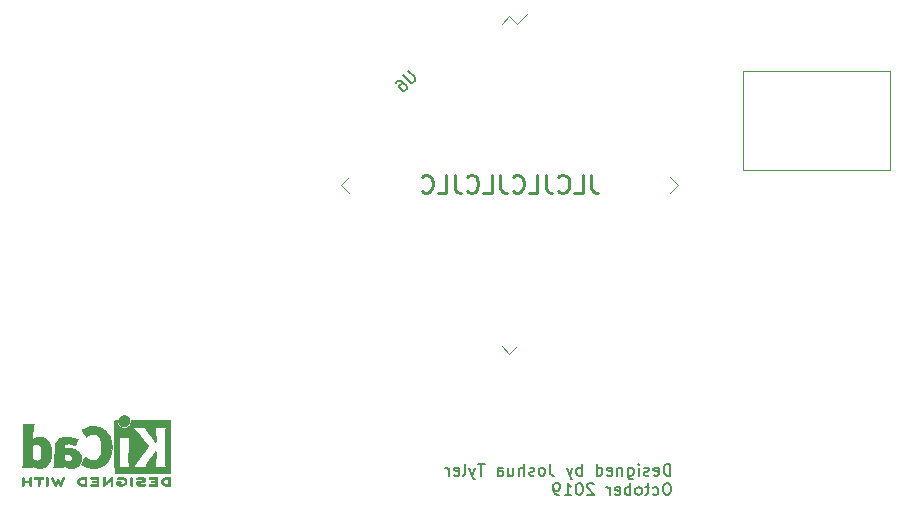
<source format=gbr>
G04 #@! TF.GenerationSoftware,KiCad,Pcbnew,5.1.4*
G04 #@! TF.CreationDate,2019-10-19T18:39:23+01:00*
G04 #@! TF.ProjectId,manila_ice,6d616e69-6c61-45f6-9963-652e6b696361,rev?*
G04 #@! TF.SameCoordinates,Original*
G04 #@! TF.FileFunction,Legend,Bot*
G04 #@! TF.FilePolarity,Positive*
%FSLAX46Y46*%
G04 Gerber Fmt 4.6, Leading zero omitted, Abs format (unit mm)*
G04 Created by KiCad (PCBNEW 5.1.4) date 2019-10-19 18:39:23*
%MOMM*%
%LPD*%
G04 APERTURE LIST*
%ADD10C,0.150000*%
%ADD11C,0.250000*%
%ADD12C,0.120000*%
%ADD13C,0.010000*%
G04 APERTURE END LIST*
D10*
X178414404Y-121627380D02*
X178414404Y-120627380D01*
X178176309Y-120627380D01*
X178033452Y-120675000D01*
X177938214Y-120770238D01*
X177890595Y-120865476D01*
X177842976Y-121055952D01*
X177842976Y-121198809D01*
X177890595Y-121389285D01*
X177938214Y-121484523D01*
X178033452Y-121579761D01*
X178176309Y-121627380D01*
X178414404Y-121627380D01*
X177033452Y-121579761D02*
X177128690Y-121627380D01*
X177319166Y-121627380D01*
X177414404Y-121579761D01*
X177462023Y-121484523D01*
X177462023Y-121103571D01*
X177414404Y-121008333D01*
X177319166Y-120960714D01*
X177128690Y-120960714D01*
X177033452Y-121008333D01*
X176985833Y-121103571D01*
X176985833Y-121198809D01*
X177462023Y-121294047D01*
X176604880Y-121579761D02*
X176509642Y-121627380D01*
X176319166Y-121627380D01*
X176223928Y-121579761D01*
X176176309Y-121484523D01*
X176176309Y-121436904D01*
X176223928Y-121341666D01*
X176319166Y-121294047D01*
X176462023Y-121294047D01*
X176557261Y-121246428D01*
X176604880Y-121151190D01*
X176604880Y-121103571D01*
X176557261Y-121008333D01*
X176462023Y-120960714D01*
X176319166Y-120960714D01*
X176223928Y-121008333D01*
X175747738Y-121627380D02*
X175747738Y-120960714D01*
X175747738Y-120627380D02*
X175795357Y-120675000D01*
X175747738Y-120722619D01*
X175700119Y-120675000D01*
X175747738Y-120627380D01*
X175747738Y-120722619D01*
X174842976Y-120960714D02*
X174842976Y-121770238D01*
X174890595Y-121865476D01*
X174938214Y-121913095D01*
X175033452Y-121960714D01*
X175176309Y-121960714D01*
X175271547Y-121913095D01*
X174842976Y-121579761D02*
X174938214Y-121627380D01*
X175128690Y-121627380D01*
X175223928Y-121579761D01*
X175271547Y-121532142D01*
X175319166Y-121436904D01*
X175319166Y-121151190D01*
X175271547Y-121055952D01*
X175223928Y-121008333D01*
X175128690Y-120960714D01*
X174938214Y-120960714D01*
X174842976Y-121008333D01*
X174366785Y-120960714D02*
X174366785Y-121627380D01*
X174366785Y-121055952D02*
X174319166Y-121008333D01*
X174223928Y-120960714D01*
X174081071Y-120960714D01*
X173985833Y-121008333D01*
X173938214Y-121103571D01*
X173938214Y-121627380D01*
X173081071Y-121579761D02*
X173176309Y-121627380D01*
X173366785Y-121627380D01*
X173462023Y-121579761D01*
X173509642Y-121484523D01*
X173509642Y-121103571D01*
X173462023Y-121008333D01*
X173366785Y-120960714D01*
X173176309Y-120960714D01*
X173081071Y-121008333D01*
X173033452Y-121103571D01*
X173033452Y-121198809D01*
X173509642Y-121294047D01*
X172176309Y-121627380D02*
X172176309Y-120627380D01*
X172176309Y-121579761D02*
X172271547Y-121627380D01*
X172462023Y-121627380D01*
X172557261Y-121579761D01*
X172604880Y-121532142D01*
X172652500Y-121436904D01*
X172652500Y-121151190D01*
X172604880Y-121055952D01*
X172557261Y-121008333D01*
X172462023Y-120960714D01*
X172271547Y-120960714D01*
X172176309Y-121008333D01*
X170938214Y-121627380D02*
X170938214Y-120627380D01*
X170938214Y-121008333D02*
X170842976Y-120960714D01*
X170652500Y-120960714D01*
X170557261Y-121008333D01*
X170509642Y-121055952D01*
X170462023Y-121151190D01*
X170462023Y-121436904D01*
X170509642Y-121532142D01*
X170557261Y-121579761D01*
X170652500Y-121627380D01*
X170842976Y-121627380D01*
X170938214Y-121579761D01*
X170128690Y-120960714D02*
X169890595Y-121627380D01*
X169652500Y-120960714D02*
X169890595Y-121627380D01*
X169985833Y-121865476D01*
X170033452Y-121913095D01*
X170128690Y-121960714D01*
X168223928Y-120627380D02*
X168223928Y-121341666D01*
X168271547Y-121484523D01*
X168366785Y-121579761D01*
X168509642Y-121627380D01*
X168604880Y-121627380D01*
X167604880Y-121627380D02*
X167700119Y-121579761D01*
X167747738Y-121532142D01*
X167795357Y-121436904D01*
X167795357Y-121151190D01*
X167747738Y-121055952D01*
X167700119Y-121008333D01*
X167604880Y-120960714D01*
X167462023Y-120960714D01*
X167366785Y-121008333D01*
X167319166Y-121055952D01*
X167271547Y-121151190D01*
X167271547Y-121436904D01*
X167319166Y-121532142D01*
X167366785Y-121579761D01*
X167462023Y-121627380D01*
X167604880Y-121627380D01*
X166890595Y-121579761D02*
X166795357Y-121627380D01*
X166604880Y-121627380D01*
X166509642Y-121579761D01*
X166462023Y-121484523D01*
X166462023Y-121436904D01*
X166509642Y-121341666D01*
X166604880Y-121294047D01*
X166747738Y-121294047D01*
X166842976Y-121246428D01*
X166890595Y-121151190D01*
X166890595Y-121103571D01*
X166842976Y-121008333D01*
X166747738Y-120960714D01*
X166604880Y-120960714D01*
X166509642Y-121008333D01*
X166033452Y-121627380D02*
X166033452Y-120627380D01*
X165604880Y-121627380D02*
X165604880Y-121103571D01*
X165652500Y-121008333D01*
X165747738Y-120960714D01*
X165890595Y-120960714D01*
X165985833Y-121008333D01*
X166033452Y-121055952D01*
X164700119Y-120960714D02*
X164700119Y-121627380D01*
X165128690Y-120960714D02*
X165128690Y-121484523D01*
X165081071Y-121579761D01*
X164985833Y-121627380D01*
X164842976Y-121627380D01*
X164747738Y-121579761D01*
X164700119Y-121532142D01*
X163795357Y-121627380D02*
X163795357Y-121103571D01*
X163842976Y-121008333D01*
X163938214Y-120960714D01*
X164128690Y-120960714D01*
X164223928Y-121008333D01*
X163795357Y-121579761D02*
X163890595Y-121627380D01*
X164128690Y-121627380D01*
X164223928Y-121579761D01*
X164271547Y-121484523D01*
X164271547Y-121389285D01*
X164223928Y-121294047D01*
X164128690Y-121246428D01*
X163890595Y-121246428D01*
X163795357Y-121198809D01*
X162700119Y-120627380D02*
X162128690Y-120627380D01*
X162414404Y-121627380D02*
X162414404Y-120627380D01*
X161890595Y-120960714D02*
X161652500Y-121627380D01*
X161414404Y-120960714D02*
X161652500Y-121627380D01*
X161747738Y-121865476D01*
X161795357Y-121913095D01*
X161890595Y-121960714D01*
X160890595Y-121627380D02*
X160985833Y-121579761D01*
X161033452Y-121484523D01*
X161033452Y-120627380D01*
X160128690Y-121579761D02*
X160223928Y-121627380D01*
X160414404Y-121627380D01*
X160509642Y-121579761D01*
X160557261Y-121484523D01*
X160557261Y-121103571D01*
X160509642Y-121008333D01*
X160414404Y-120960714D01*
X160223928Y-120960714D01*
X160128690Y-121008333D01*
X160081071Y-121103571D01*
X160081071Y-121198809D01*
X160557261Y-121294047D01*
X159652500Y-121627380D02*
X159652500Y-120960714D01*
X159652500Y-121151190D02*
X159604880Y-121055952D01*
X159557261Y-121008333D01*
X159462023Y-120960714D01*
X159366785Y-120960714D01*
X178223928Y-122277380D02*
X178033452Y-122277380D01*
X177938214Y-122325000D01*
X177842976Y-122420238D01*
X177795357Y-122610714D01*
X177795357Y-122944047D01*
X177842976Y-123134523D01*
X177938214Y-123229761D01*
X178033452Y-123277380D01*
X178223928Y-123277380D01*
X178319166Y-123229761D01*
X178414404Y-123134523D01*
X178462023Y-122944047D01*
X178462023Y-122610714D01*
X178414404Y-122420238D01*
X178319166Y-122325000D01*
X178223928Y-122277380D01*
X176938214Y-123229761D02*
X177033452Y-123277380D01*
X177223928Y-123277380D01*
X177319166Y-123229761D01*
X177366785Y-123182142D01*
X177414404Y-123086904D01*
X177414404Y-122801190D01*
X177366785Y-122705952D01*
X177319166Y-122658333D01*
X177223928Y-122610714D01*
X177033452Y-122610714D01*
X176938214Y-122658333D01*
X176652500Y-122610714D02*
X176271547Y-122610714D01*
X176509642Y-122277380D02*
X176509642Y-123134523D01*
X176462023Y-123229761D01*
X176366785Y-123277380D01*
X176271547Y-123277380D01*
X175795357Y-123277380D02*
X175890595Y-123229761D01*
X175938214Y-123182142D01*
X175985833Y-123086904D01*
X175985833Y-122801190D01*
X175938214Y-122705952D01*
X175890595Y-122658333D01*
X175795357Y-122610714D01*
X175652500Y-122610714D01*
X175557261Y-122658333D01*
X175509642Y-122705952D01*
X175462023Y-122801190D01*
X175462023Y-123086904D01*
X175509642Y-123182142D01*
X175557261Y-123229761D01*
X175652500Y-123277380D01*
X175795357Y-123277380D01*
X175033452Y-123277380D02*
X175033452Y-122277380D01*
X175033452Y-122658333D02*
X174938214Y-122610714D01*
X174747738Y-122610714D01*
X174652500Y-122658333D01*
X174604880Y-122705952D01*
X174557261Y-122801190D01*
X174557261Y-123086904D01*
X174604880Y-123182142D01*
X174652500Y-123229761D01*
X174747738Y-123277380D01*
X174938214Y-123277380D01*
X175033452Y-123229761D01*
X173747738Y-123229761D02*
X173842976Y-123277380D01*
X174033452Y-123277380D01*
X174128690Y-123229761D01*
X174176309Y-123134523D01*
X174176309Y-122753571D01*
X174128690Y-122658333D01*
X174033452Y-122610714D01*
X173842976Y-122610714D01*
X173747738Y-122658333D01*
X173700119Y-122753571D01*
X173700119Y-122848809D01*
X174176309Y-122944047D01*
X173271547Y-123277380D02*
X173271547Y-122610714D01*
X173271547Y-122801190D02*
X173223928Y-122705952D01*
X173176309Y-122658333D01*
X173081071Y-122610714D01*
X172985833Y-122610714D01*
X171938214Y-122372619D02*
X171890595Y-122325000D01*
X171795357Y-122277380D01*
X171557261Y-122277380D01*
X171462023Y-122325000D01*
X171414404Y-122372619D01*
X171366785Y-122467857D01*
X171366785Y-122563095D01*
X171414404Y-122705952D01*
X171985833Y-123277380D01*
X171366785Y-123277380D01*
X170747738Y-122277380D02*
X170652500Y-122277380D01*
X170557261Y-122325000D01*
X170509642Y-122372619D01*
X170462023Y-122467857D01*
X170414404Y-122658333D01*
X170414404Y-122896428D01*
X170462023Y-123086904D01*
X170509642Y-123182142D01*
X170557261Y-123229761D01*
X170652500Y-123277380D01*
X170747738Y-123277380D01*
X170842976Y-123229761D01*
X170890595Y-123182142D01*
X170938214Y-123086904D01*
X170985833Y-122896428D01*
X170985833Y-122658333D01*
X170938214Y-122467857D01*
X170890595Y-122372619D01*
X170842976Y-122325000D01*
X170747738Y-122277380D01*
X169462023Y-123277380D02*
X170033452Y-123277380D01*
X169747738Y-123277380D02*
X169747738Y-122277380D01*
X169842976Y-122420238D01*
X169938214Y-122515476D01*
X170033452Y-122563095D01*
X168985833Y-123277380D02*
X168795357Y-123277380D01*
X168700119Y-123229761D01*
X168652500Y-123182142D01*
X168557261Y-123039285D01*
X168509642Y-122848809D01*
X168509642Y-122467857D01*
X168557261Y-122372619D01*
X168604880Y-122325000D01*
X168700119Y-122277380D01*
X168890595Y-122277380D01*
X168985833Y-122325000D01*
X169033452Y-122372619D01*
X169081071Y-122467857D01*
X169081071Y-122705952D01*
X169033452Y-122801190D01*
X168985833Y-122848809D01*
X168890595Y-122896428D01*
X168700119Y-122896428D01*
X168604880Y-122848809D01*
X168557261Y-122801190D01*
X168509642Y-122705952D01*
D11*
X171728571Y-96178571D02*
X171728571Y-97250000D01*
X171800000Y-97464285D01*
X171942857Y-97607142D01*
X172157142Y-97678571D01*
X172300000Y-97678571D01*
X170300000Y-97678571D02*
X171014285Y-97678571D01*
X171014285Y-96178571D01*
X168942857Y-97535714D02*
X169014285Y-97607142D01*
X169228571Y-97678571D01*
X169371428Y-97678571D01*
X169585714Y-97607142D01*
X169728571Y-97464285D01*
X169800000Y-97321428D01*
X169871428Y-97035714D01*
X169871428Y-96821428D01*
X169800000Y-96535714D01*
X169728571Y-96392857D01*
X169585714Y-96250000D01*
X169371428Y-96178571D01*
X169228571Y-96178571D01*
X169014285Y-96250000D01*
X168942857Y-96321428D01*
X167871428Y-96178571D02*
X167871428Y-97250000D01*
X167942857Y-97464285D01*
X168085714Y-97607142D01*
X168300000Y-97678571D01*
X168442857Y-97678571D01*
X166442857Y-97678571D02*
X167157142Y-97678571D01*
X167157142Y-96178571D01*
X165085714Y-97535714D02*
X165157142Y-97607142D01*
X165371428Y-97678571D01*
X165514285Y-97678571D01*
X165728571Y-97607142D01*
X165871428Y-97464285D01*
X165942857Y-97321428D01*
X166014285Y-97035714D01*
X166014285Y-96821428D01*
X165942857Y-96535714D01*
X165871428Y-96392857D01*
X165728571Y-96250000D01*
X165514285Y-96178571D01*
X165371428Y-96178571D01*
X165157142Y-96250000D01*
X165085714Y-96321428D01*
X164014285Y-96178571D02*
X164014285Y-97250000D01*
X164085714Y-97464285D01*
X164228571Y-97607142D01*
X164442857Y-97678571D01*
X164585714Y-97678571D01*
X162585714Y-97678571D02*
X163300000Y-97678571D01*
X163300000Y-96178571D01*
X161228571Y-97535714D02*
X161300000Y-97607142D01*
X161514285Y-97678571D01*
X161657142Y-97678571D01*
X161871428Y-97607142D01*
X162014285Y-97464285D01*
X162085714Y-97321428D01*
X162157142Y-97035714D01*
X162157142Y-96821428D01*
X162085714Y-96535714D01*
X162014285Y-96392857D01*
X161871428Y-96250000D01*
X161657142Y-96178571D01*
X161514285Y-96178571D01*
X161300000Y-96250000D01*
X161228571Y-96321428D01*
X160157142Y-96178571D02*
X160157142Y-97250000D01*
X160228571Y-97464285D01*
X160371428Y-97607142D01*
X160585714Y-97678571D01*
X160728571Y-97678571D01*
X158728571Y-97678571D02*
X159442857Y-97678571D01*
X159442857Y-96178571D01*
X157371428Y-97535714D02*
X157442857Y-97607142D01*
X157657142Y-97678571D01*
X157800000Y-97678571D01*
X158014285Y-97607142D01*
X158157142Y-97464285D01*
X158228571Y-97321428D01*
X158300000Y-97035714D01*
X158300000Y-96821428D01*
X158228571Y-96535714D01*
X158157142Y-96392857D01*
X158014285Y-96250000D01*
X157800000Y-96178571D01*
X157657142Y-96178571D01*
X157442857Y-96250000D01*
X157371428Y-96321428D01*
D12*
X184540000Y-95720000D02*
X184540000Y-87350000D01*
X197060000Y-95720000D02*
X184540000Y-95720000D01*
X197060000Y-87340000D02*
X197060000Y-95720000D01*
X184540000Y-87350000D02*
X197060000Y-87340000D01*
D13*
G36*
X123571177Y-121774533D02*
G01*
X123539798Y-121796776D01*
X123512089Y-121824485D01*
X123512089Y-122133920D01*
X123512162Y-122225799D01*
X123512505Y-122297840D01*
X123513308Y-122352780D01*
X123514759Y-122393360D01*
X123517048Y-122422317D01*
X123520364Y-122442391D01*
X123524895Y-122456321D01*
X123530831Y-122466845D01*
X123535486Y-122473100D01*
X123566217Y-122497673D01*
X123601504Y-122500341D01*
X123633755Y-122485271D01*
X123644412Y-122476374D01*
X123651536Y-122464557D01*
X123655833Y-122445526D01*
X123658009Y-122414992D01*
X123658772Y-122368662D01*
X123658845Y-122332871D01*
X123658845Y-122198045D01*
X124155556Y-122198045D01*
X124155556Y-122320700D01*
X124156069Y-122376787D01*
X124158124Y-122415333D01*
X124162492Y-122441361D01*
X124169944Y-122459897D01*
X124178953Y-122473100D01*
X124209856Y-122497604D01*
X124244804Y-122500506D01*
X124278262Y-122483089D01*
X124287396Y-122473959D01*
X124293848Y-122461855D01*
X124298103Y-122443001D01*
X124300648Y-122413620D01*
X124301971Y-122369937D01*
X124302557Y-122308175D01*
X124302625Y-122294000D01*
X124303109Y-122177631D01*
X124303359Y-122081727D01*
X124303277Y-122004177D01*
X124302769Y-121942869D01*
X124301738Y-121895690D01*
X124300087Y-121860530D01*
X124297721Y-121835276D01*
X124294543Y-121817817D01*
X124290456Y-121806041D01*
X124285366Y-121797835D01*
X124279734Y-121791645D01*
X124247872Y-121771844D01*
X124214643Y-121774533D01*
X124183265Y-121796776D01*
X124170567Y-121811126D01*
X124162474Y-121826978D01*
X124157958Y-121849554D01*
X124155994Y-121884078D01*
X124155556Y-121935776D01*
X124155556Y-122051289D01*
X123658845Y-122051289D01*
X123658845Y-121932756D01*
X123658338Y-121878148D01*
X123656302Y-121841275D01*
X123651965Y-121817307D01*
X123644553Y-121801415D01*
X123636267Y-121791645D01*
X123604406Y-121771844D01*
X123571177Y-121774533D01*
X123571177Y-121774533D01*
G37*
X123571177Y-121774533D02*
X123539798Y-121796776D01*
X123512089Y-121824485D01*
X123512089Y-122133920D01*
X123512162Y-122225799D01*
X123512505Y-122297840D01*
X123513308Y-122352780D01*
X123514759Y-122393360D01*
X123517048Y-122422317D01*
X123520364Y-122442391D01*
X123524895Y-122456321D01*
X123530831Y-122466845D01*
X123535486Y-122473100D01*
X123566217Y-122497673D01*
X123601504Y-122500341D01*
X123633755Y-122485271D01*
X123644412Y-122476374D01*
X123651536Y-122464557D01*
X123655833Y-122445526D01*
X123658009Y-122414992D01*
X123658772Y-122368662D01*
X123658845Y-122332871D01*
X123658845Y-122198045D01*
X124155556Y-122198045D01*
X124155556Y-122320700D01*
X124156069Y-122376787D01*
X124158124Y-122415333D01*
X124162492Y-122441361D01*
X124169944Y-122459897D01*
X124178953Y-122473100D01*
X124209856Y-122497604D01*
X124244804Y-122500506D01*
X124278262Y-122483089D01*
X124287396Y-122473959D01*
X124293848Y-122461855D01*
X124298103Y-122443001D01*
X124300648Y-122413620D01*
X124301971Y-122369937D01*
X124302557Y-122308175D01*
X124302625Y-122294000D01*
X124303109Y-122177631D01*
X124303359Y-122081727D01*
X124303277Y-122004177D01*
X124302769Y-121942869D01*
X124301738Y-121895690D01*
X124300087Y-121860530D01*
X124297721Y-121835276D01*
X124294543Y-121817817D01*
X124290456Y-121806041D01*
X124285366Y-121797835D01*
X124279734Y-121791645D01*
X124247872Y-121771844D01*
X124214643Y-121774533D01*
X124183265Y-121796776D01*
X124170567Y-121811126D01*
X124162474Y-121826978D01*
X124157958Y-121849554D01*
X124155994Y-121884078D01*
X124155556Y-121935776D01*
X124155556Y-122051289D01*
X123658845Y-122051289D01*
X123658845Y-121932756D01*
X123658338Y-121878148D01*
X123656302Y-121841275D01*
X123651965Y-121817307D01*
X123644553Y-121801415D01*
X123636267Y-121791645D01*
X123604406Y-121771844D01*
X123571177Y-121774533D01*
G36*
X124836935Y-121769163D02*
G01*
X124758228Y-121769542D01*
X124697137Y-121770333D01*
X124651183Y-121771670D01*
X124617886Y-121773683D01*
X124594764Y-121776506D01*
X124579338Y-121780269D01*
X124569129Y-121785105D01*
X124564187Y-121788822D01*
X124538543Y-121821358D01*
X124535441Y-121855138D01*
X124551289Y-121885826D01*
X124561652Y-121898089D01*
X124572804Y-121906450D01*
X124588965Y-121911657D01*
X124614358Y-121914457D01*
X124653202Y-121915596D01*
X124709720Y-121915821D01*
X124720820Y-121915822D01*
X124866756Y-121915822D01*
X124866756Y-122186756D01*
X124866852Y-122272154D01*
X124867289Y-122337864D01*
X124868288Y-122386774D01*
X124870072Y-122421773D01*
X124872863Y-122445749D01*
X124876883Y-122461593D01*
X124882355Y-122472191D01*
X124889334Y-122480267D01*
X124922266Y-122500112D01*
X124956646Y-122498548D01*
X124987824Y-122475906D01*
X124990114Y-122473100D01*
X124997571Y-122462492D01*
X125003253Y-122450081D01*
X125007399Y-122432850D01*
X125010250Y-122407784D01*
X125012046Y-122371867D01*
X125013028Y-122322083D01*
X125013436Y-122255417D01*
X125013511Y-122179589D01*
X125013511Y-121915822D01*
X125152873Y-121915822D01*
X125212678Y-121915418D01*
X125254082Y-121913840D01*
X125281252Y-121910547D01*
X125298354Y-121904992D01*
X125309557Y-121896631D01*
X125310917Y-121895178D01*
X125327275Y-121861939D01*
X125325828Y-121824362D01*
X125307022Y-121791645D01*
X125299750Y-121785298D01*
X125290373Y-121780266D01*
X125276391Y-121776396D01*
X125255304Y-121773537D01*
X125224611Y-121771535D01*
X125181811Y-121770239D01*
X125124405Y-121769498D01*
X125049890Y-121769158D01*
X124955767Y-121769068D01*
X124935740Y-121769067D01*
X124836935Y-121769163D01*
X124836935Y-121769163D01*
G37*
X124836935Y-121769163D02*
X124758228Y-121769542D01*
X124697137Y-121770333D01*
X124651183Y-121771670D01*
X124617886Y-121773683D01*
X124594764Y-121776506D01*
X124579338Y-121780269D01*
X124569129Y-121785105D01*
X124564187Y-121788822D01*
X124538543Y-121821358D01*
X124535441Y-121855138D01*
X124551289Y-121885826D01*
X124561652Y-121898089D01*
X124572804Y-121906450D01*
X124588965Y-121911657D01*
X124614358Y-121914457D01*
X124653202Y-121915596D01*
X124709720Y-121915821D01*
X124720820Y-121915822D01*
X124866756Y-121915822D01*
X124866756Y-122186756D01*
X124866852Y-122272154D01*
X124867289Y-122337864D01*
X124868288Y-122386774D01*
X124870072Y-122421773D01*
X124872863Y-122445749D01*
X124876883Y-122461593D01*
X124882355Y-122472191D01*
X124889334Y-122480267D01*
X124922266Y-122500112D01*
X124956646Y-122498548D01*
X124987824Y-122475906D01*
X124990114Y-122473100D01*
X124997571Y-122462492D01*
X125003253Y-122450081D01*
X125007399Y-122432850D01*
X125010250Y-122407784D01*
X125012046Y-122371867D01*
X125013028Y-122322083D01*
X125013436Y-122255417D01*
X125013511Y-122179589D01*
X125013511Y-121915822D01*
X125152873Y-121915822D01*
X125212678Y-121915418D01*
X125254082Y-121913840D01*
X125281252Y-121910547D01*
X125298354Y-121904992D01*
X125309557Y-121896631D01*
X125310917Y-121895178D01*
X125327275Y-121861939D01*
X125325828Y-121824362D01*
X125307022Y-121791645D01*
X125299750Y-121785298D01*
X125290373Y-121780266D01*
X125276391Y-121776396D01*
X125255304Y-121773537D01*
X125224611Y-121771535D01*
X125181811Y-121770239D01*
X125124405Y-121769498D01*
X125049890Y-121769158D01*
X124955767Y-121769068D01*
X124935740Y-121769067D01*
X124836935Y-121769163D01*
G36*
X125611386Y-121775877D02*
G01*
X125587673Y-121790647D01*
X125561022Y-121812227D01*
X125561022Y-122133773D01*
X125561107Y-122227830D01*
X125561471Y-122301932D01*
X125562276Y-122358704D01*
X125563687Y-122400768D01*
X125565867Y-122430748D01*
X125568979Y-122451267D01*
X125573186Y-122464949D01*
X125578652Y-122474416D01*
X125582528Y-122479082D01*
X125613966Y-122499575D01*
X125649767Y-122498739D01*
X125681127Y-122481264D01*
X125707778Y-122459684D01*
X125707778Y-121812227D01*
X125681127Y-121790647D01*
X125655406Y-121774949D01*
X125634400Y-121769067D01*
X125611386Y-121775877D01*
X125611386Y-121775877D01*
G37*
X125611386Y-121775877D02*
X125587673Y-121790647D01*
X125561022Y-121812227D01*
X125561022Y-122133773D01*
X125561107Y-122227830D01*
X125561471Y-122301932D01*
X125562276Y-122358704D01*
X125563687Y-122400768D01*
X125565867Y-122430748D01*
X125568979Y-122451267D01*
X125573186Y-122464949D01*
X125578652Y-122474416D01*
X125582528Y-122479082D01*
X125613966Y-122499575D01*
X125649767Y-122498739D01*
X125681127Y-122481264D01*
X125707778Y-122459684D01*
X125707778Y-121812227D01*
X125681127Y-121790647D01*
X125655406Y-121774949D01*
X125634400Y-121769067D01*
X125611386Y-121775877D01*
G36*
X126055335Y-121771034D02*
G01*
X126035745Y-121778035D01*
X126034990Y-121778377D01*
X126008387Y-121798678D01*
X125993730Y-121819561D01*
X125990862Y-121829352D01*
X125991004Y-121842361D01*
X125995039Y-121860895D01*
X126003854Y-121887257D01*
X126018331Y-121923752D01*
X126039355Y-121972687D01*
X126067812Y-122036365D01*
X126104585Y-122117093D01*
X126124825Y-122161216D01*
X126161375Y-122239985D01*
X126195685Y-122312423D01*
X126226448Y-122375880D01*
X126252352Y-122427708D01*
X126272090Y-122465259D01*
X126284350Y-122485884D01*
X126286776Y-122488733D01*
X126317817Y-122501302D01*
X126352879Y-122499619D01*
X126381000Y-122484332D01*
X126382146Y-122483089D01*
X126393332Y-122466154D01*
X126412096Y-122433170D01*
X126436125Y-122388380D01*
X126463103Y-122336032D01*
X126472799Y-122316742D01*
X126545986Y-122170150D01*
X126625760Y-122329393D01*
X126654233Y-122384415D01*
X126680650Y-122432132D01*
X126702852Y-122468893D01*
X126718681Y-122491044D01*
X126724046Y-122495741D01*
X126765743Y-122502102D01*
X126800151Y-122488733D01*
X126810272Y-122474446D01*
X126827786Y-122442692D01*
X126851265Y-122396597D01*
X126879280Y-122339285D01*
X126910401Y-122273880D01*
X126943201Y-122203507D01*
X126976250Y-122131291D01*
X127008119Y-122060355D01*
X127037381Y-121993825D01*
X127062605Y-121934826D01*
X127082364Y-121886481D01*
X127095228Y-121851915D01*
X127099769Y-121834253D01*
X127099723Y-121833613D01*
X127088674Y-121811388D01*
X127066590Y-121788753D01*
X127065290Y-121787768D01*
X127038147Y-121772425D01*
X127013042Y-121772574D01*
X127003632Y-121775466D01*
X126992166Y-121781718D01*
X126979990Y-121794014D01*
X126965643Y-121814908D01*
X126947664Y-121846949D01*
X126924593Y-121892688D01*
X126894970Y-121954677D01*
X126868255Y-122011898D01*
X126837520Y-122078226D01*
X126809979Y-122137874D01*
X126787062Y-122187725D01*
X126770202Y-122224664D01*
X126760827Y-122245573D01*
X126759460Y-122248845D01*
X126753311Y-122243497D01*
X126739178Y-122221109D01*
X126718943Y-122184946D01*
X126694485Y-122138277D01*
X126684752Y-122119022D01*
X126651783Y-122054004D01*
X126626357Y-122006654D01*
X126606388Y-121974219D01*
X126589790Y-121953946D01*
X126574476Y-121943082D01*
X126558360Y-121938875D01*
X126547857Y-121938400D01*
X126529330Y-121940042D01*
X126513096Y-121946831D01*
X126496965Y-121961566D01*
X126478749Y-121987044D01*
X126456261Y-122026061D01*
X126427311Y-122081414D01*
X126411338Y-122112903D01*
X126385430Y-122163087D01*
X126362833Y-122204704D01*
X126345542Y-122234242D01*
X126335550Y-122248189D01*
X126334191Y-122248770D01*
X126327739Y-122237793D01*
X126313292Y-122209290D01*
X126292297Y-122166244D01*
X126266203Y-122111638D01*
X126236454Y-122048454D01*
X126221820Y-122017071D01*
X126183750Y-121936078D01*
X126153095Y-121873756D01*
X126128263Y-121828071D01*
X126107663Y-121796989D01*
X126089702Y-121778478D01*
X126072790Y-121770504D01*
X126055335Y-121771034D01*
X126055335Y-121771034D01*
G37*
X126055335Y-121771034D02*
X126035745Y-121778035D01*
X126034990Y-121778377D01*
X126008387Y-121798678D01*
X125993730Y-121819561D01*
X125990862Y-121829352D01*
X125991004Y-121842361D01*
X125995039Y-121860895D01*
X126003854Y-121887257D01*
X126018331Y-121923752D01*
X126039355Y-121972687D01*
X126067812Y-122036365D01*
X126104585Y-122117093D01*
X126124825Y-122161216D01*
X126161375Y-122239985D01*
X126195685Y-122312423D01*
X126226448Y-122375880D01*
X126252352Y-122427708D01*
X126272090Y-122465259D01*
X126284350Y-122485884D01*
X126286776Y-122488733D01*
X126317817Y-122501302D01*
X126352879Y-122499619D01*
X126381000Y-122484332D01*
X126382146Y-122483089D01*
X126393332Y-122466154D01*
X126412096Y-122433170D01*
X126436125Y-122388380D01*
X126463103Y-122336032D01*
X126472799Y-122316742D01*
X126545986Y-122170150D01*
X126625760Y-122329393D01*
X126654233Y-122384415D01*
X126680650Y-122432132D01*
X126702852Y-122468893D01*
X126718681Y-122491044D01*
X126724046Y-122495741D01*
X126765743Y-122502102D01*
X126800151Y-122488733D01*
X126810272Y-122474446D01*
X126827786Y-122442692D01*
X126851265Y-122396597D01*
X126879280Y-122339285D01*
X126910401Y-122273880D01*
X126943201Y-122203507D01*
X126976250Y-122131291D01*
X127008119Y-122060355D01*
X127037381Y-121993825D01*
X127062605Y-121934826D01*
X127082364Y-121886481D01*
X127095228Y-121851915D01*
X127099769Y-121834253D01*
X127099723Y-121833613D01*
X127088674Y-121811388D01*
X127066590Y-121788753D01*
X127065290Y-121787768D01*
X127038147Y-121772425D01*
X127013042Y-121772574D01*
X127003632Y-121775466D01*
X126992166Y-121781718D01*
X126979990Y-121794014D01*
X126965643Y-121814908D01*
X126947664Y-121846949D01*
X126924593Y-121892688D01*
X126894970Y-121954677D01*
X126868255Y-122011898D01*
X126837520Y-122078226D01*
X126809979Y-122137874D01*
X126787062Y-122187725D01*
X126770202Y-122224664D01*
X126760827Y-122245573D01*
X126759460Y-122248845D01*
X126753311Y-122243497D01*
X126739178Y-122221109D01*
X126718943Y-122184946D01*
X126694485Y-122138277D01*
X126684752Y-122119022D01*
X126651783Y-122054004D01*
X126626357Y-122006654D01*
X126606388Y-121974219D01*
X126589790Y-121953946D01*
X126574476Y-121943082D01*
X126558360Y-121938875D01*
X126547857Y-121938400D01*
X126529330Y-121940042D01*
X126513096Y-121946831D01*
X126496965Y-121961566D01*
X126478749Y-121987044D01*
X126456261Y-122026061D01*
X126427311Y-122081414D01*
X126411338Y-122112903D01*
X126385430Y-122163087D01*
X126362833Y-122204704D01*
X126345542Y-122234242D01*
X126335550Y-122248189D01*
X126334191Y-122248770D01*
X126327739Y-122237793D01*
X126313292Y-122209290D01*
X126292297Y-122166244D01*
X126266203Y-122111638D01*
X126236454Y-122048454D01*
X126221820Y-122017071D01*
X126183750Y-121936078D01*
X126153095Y-121873756D01*
X126128263Y-121828071D01*
X126107663Y-121796989D01*
X126089702Y-121778478D01*
X126072790Y-121770504D01*
X126055335Y-121771034D01*
G36*
X128781691Y-121769275D02*
G01*
X128652712Y-121773636D01*
X128543009Y-121786861D01*
X128450774Y-121809741D01*
X128374198Y-121843070D01*
X128311473Y-121887638D01*
X128260788Y-121944236D01*
X128220337Y-122013658D01*
X128219541Y-122015351D01*
X128195399Y-122077483D01*
X128186797Y-122132509D01*
X128193769Y-122187887D01*
X128216346Y-122251073D01*
X128220628Y-122260689D01*
X128249828Y-122316966D01*
X128282644Y-122360451D01*
X128324998Y-122397417D01*
X128382810Y-122434135D01*
X128386169Y-122436052D01*
X128436496Y-122460227D01*
X128493379Y-122478282D01*
X128560473Y-122490839D01*
X128641435Y-122498522D01*
X128739918Y-122501953D01*
X128774714Y-122502251D01*
X128940406Y-122502845D01*
X128963803Y-122473100D01*
X128970743Y-122463319D01*
X128976158Y-122451897D01*
X128980235Y-122436095D01*
X128983163Y-122413175D01*
X128985133Y-122380396D01*
X128985775Y-122356089D01*
X128829156Y-122356089D01*
X128735274Y-122356089D01*
X128680336Y-122354483D01*
X128623940Y-122350255D01*
X128577655Y-122344292D01*
X128574861Y-122343790D01*
X128492652Y-122321736D01*
X128428886Y-122288600D01*
X128381548Y-122242847D01*
X128348618Y-122182939D01*
X128342892Y-122167061D01*
X128337279Y-122142333D01*
X128339709Y-122117902D01*
X128351533Y-122085400D01*
X128358660Y-122069434D01*
X128382000Y-122027006D01*
X128410120Y-121997240D01*
X128441060Y-121976511D01*
X128503034Y-121949537D01*
X128582349Y-121929998D01*
X128674747Y-121918746D01*
X128741667Y-121916270D01*
X128829156Y-121915822D01*
X128829156Y-122356089D01*
X128985775Y-122356089D01*
X128986332Y-122335021D01*
X128986950Y-122274311D01*
X128987175Y-122195526D01*
X128987200Y-122133920D01*
X128987200Y-121824485D01*
X128959491Y-121796776D01*
X128947194Y-121785544D01*
X128933897Y-121777853D01*
X128915328Y-121773040D01*
X128887214Y-121770446D01*
X128845283Y-121769410D01*
X128785263Y-121769270D01*
X128781691Y-121769275D01*
X128781691Y-121769275D01*
G37*
X128781691Y-121769275D02*
X128652712Y-121773636D01*
X128543009Y-121786861D01*
X128450774Y-121809741D01*
X128374198Y-121843070D01*
X128311473Y-121887638D01*
X128260788Y-121944236D01*
X128220337Y-122013658D01*
X128219541Y-122015351D01*
X128195399Y-122077483D01*
X128186797Y-122132509D01*
X128193769Y-122187887D01*
X128216346Y-122251073D01*
X128220628Y-122260689D01*
X128249828Y-122316966D01*
X128282644Y-122360451D01*
X128324998Y-122397417D01*
X128382810Y-122434135D01*
X128386169Y-122436052D01*
X128436496Y-122460227D01*
X128493379Y-122478282D01*
X128560473Y-122490839D01*
X128641435Y-122498522D01*
X128739918Y-122501953D01*
X128774714Y-122502251D01*
X128940406Y-122502845D01*
X128963803Y-122473100D01*
X128970743Y-122463319D01*
X128976158Y-122451897D01*
X128980235Y-122436095D01*
X128983163Y-122413175D01*
X128985133Y-122380396D01*
X128985775Y-122356089D01*
X128829156Y-122356089D01*
X128735274Y-122356089D01*
X128680336Y-122354483D01*
X128623940Y-122350255D01*
X128577655Y-122344292D01*
X128574861Y-122343790D01*
X128492652Y-122321736D01*
X128428886Y-122288600D01*
X128381548Y-122242847D01*
X128348618Y-122182939D01*
X128342892Y-122167061D01*
X128337279Y-122142333D01*
X128339709Y-122117902D01*
X128351533Y-122085400D01*
X128358660Y-122069434D01*
X128382000Y-122027006D01*
X128410120Y-121997240D01*
X128441060Y-121976511D01*
X128503034Y-121949537D01*
X128582349Y-121929998D01*
X128674747Y-121918746D01*
X128741667Y-121916270D01*
X128829156Y-121915822D01*
X128829156Y-122356089D01*
X128985775Y-122356089D01*
X128986332Y-122335021D01*
X128986950Y-122274311D01*
X128987175Y-122195526D01*
X128987200Y-122133920D01*
X128987200Y-121824485D01*
X128959491Y-121796776D01*
X128947194Y-121785544D01*
X128933897Y-121777853D01*
X128915328Y-121773040D01*
X128887214Y-121770446D01*
X128845283Y-121769410D01*
X128785263Y-121769270D01*
X128781691Y-121769275D01*
G36*
X129569657Y-121769260D02*
G01*
X129493299Y-121770174D01*
X129434783Y-121772311D01*
X129391745Y-121776175D01*
X129361817Y-121782267D01*
X129342632Y-121791090D01*
X129331824Y-121803146D01*
X129327027Y-121818939D01*
X129325873Y-121838970D01*
X129325867Y-121841335D01*
X129326869Y-121863992D01*
X129331604Y-121881503D01*
X129342667Y-121894574D01*
X129362652Y-121903913D01*
X129394154Y-121910227D01*
X129439768Y-121914222D01*
X129502087Y-121916606D01*
X129583707Y-121918086D01*
X129608723Y-121918414D01*
X129850800Y-121921467D01*
X129854186Y-121986378D01*
X129857571Y-122051289D01*
X129689424Y-122051289D01*
X129623734Y-122051531D01*
X129576828Y-122052556D01*
X129544917Y-122054811D01*
X129524209Y-122058742D01*
X129510916Y-122064798D01*
X129501245Y-122073424D01*
X129501183Y-122073493D01*
X129483644Y-122107112D01*
X129484278Y-122143448D01*
X129502686Y-122174423D01*
X129506329Y-122177607D01*
X129519259Y-122185812D01*
X129536976Y-122191521D01*
X129563430Y-122195162D01*
X129602568Y-122197167D01*
X129658338Y-122197964D01*
X129694006Y-122198045D01*
X129856445Y-122198045D01*
X129856445Y-122356089D01*
X129609839Y-122356089D01*
X129528420Y-122356231D01*
X129466590Y-122356814D01*
X129421363Y-122358068D01*
X129389752Y-122360227D01*
X129368769Y-122363523D01*
X129355427Y-122368189D01*
X129346739Y-122374457D01*
X129344550Y-122376733D01*
X129328386Y-122408280D01*
X129327203Y-122444168D01*
X129340464Y-122475285D01*
X129350957Y-122485271D01*
X129361871Y-122490769D01*
X129378783Y-122495022D01*
X129404367Y-122498180D01*
X129441299Y-122500392D01*
X129492254Y-122501806D01*
X129559906Y-122502572D01*
X129646931Y-122502838D01*
X129666606Y-122502845D01*
X129755089Y-122502787D01*
X129823773Y-122502467D01*
X129875436Y-122501667D01*
X129912855Y-122500167D01*
X129938810Y-122497749D01*
X129956078Y-122494194D01*
X129967438Y-122489282D01*
X129975668Y-122482795D01*
X129980183Y-122478138D01*
X129986979Y-122469889D01*
X129992288Y-122459669D01*
X129996294Y-122444800D01*
X129999179Y-122422602D01*
X130001126Y-122390393D01*
X130002319Y-122345496D01*
X130002939Y-122285228D01*
X130003171Y-122206911D01*
X130003200Y-122140994D01*
X130003129Y-122048628D01*
X130002792Y-121976117D01*
X130002002Y-121920737D01*
X130000574Y-121879765D01*
X129998321Y-121850478D01*
X129995057Y-121830153D01*
X129990596Y-121816066D01*
X129984752Y-121805495D01*
X129979803Y-121798811D01*
X129956406Y-121769067D01*
X129666226Y-121769067D01*
X129569657Y-121769260D01*
X129569657Y-121769260D01*
G37*
X129569657Y-121769260D02*
X129493299Y-121770174D01*
X129434783Y-121772311D01*
X129391745Y-121776175D01*
X129361817Y-121782267D01*
X129342632Y-121791090D01*
X129331824Y-121803146D01*
X129327027Y-121818939D01*
X129325873Y-121838970D01*
X129325867Y-121841335D01*
X129326869Y-121863992D01*
X129331604Y-121881503D01*
X129342667Y-121894574D01*
X129362652Y-121903913D01*
X129394154Y-121910227D01*
X129439768Y-121914222D01*
X129502087Y-121916606D01*
X129583707Y-121918086D01*
X129608723Y-121918414D01*
X129850800Y-121921467D01*
X129854186Y-121986378D01*
X129857571Y-122051289D01*
X129689424Y-122051289D01*
X129623734Y-122051531D01*
X129576828Y-122052556D01*
X129544917Y-122054811D01*
X129524209Y-122058742D01*
X129510916Y-122064798D01*
X129501245Y-122073424D01*
X129501183Y-122073493D01*
X129483644Y-122107112D01*
X129484278Y-122143448D01*
X129502686Y-122174423D01*
X129506329Y-122177607D01*
X129519259Y-122185812D01*
X129536976Y-122191521D01*
X129563430Y-122195162D01*
X129602568Y-122197167D01*
X129658338Y-122197964D01*
X129694006Y-122198045D01*
X129856445Y-122198045D01*
X129856445Y-122356089D01*
X129609839Y-122356089D01*
X129528420Y-122356231D01*
X129466590Y-122356814D01*
X129421363Y-122358068D01*
X129389752Y-122360227D01*
X129368769Y-122363523D01*
X129355427Y-122368189D01*
X129346739Y-122374457D01*
X129344550Y-122376733D01*
X129328386Y-122408280D01*
X129327203Y-122444168D01*
X129340464Y-122475285D01*
X129350957Y-122485271D01*
X129361871Y-122490769D01*
X129378783Y-122495022D01*
X129404367Y-122498180D01*
X129441299Y-122500392D01*
X129492254Y-122501806D01*
X129559906Y-122502572D01*
X129646931Y-122502838D01*
X129666606Y-122502845D01*
X129755089Y-122502787D01*
X129823773Y-122502467D01*
X129875436Y-122501667D01*
X129912855Y-122500167D01*
X129938810Y-122497749D01*
X129956078Y-122494194D01*
X129967438Y-122489282D01*
X129975668Y-122482795D01*
X129980183Y-122478138D01*
X129986979Y-122469889D01*
X129992288Y-122459669D01*
X129996294Y-122444800D01*
X129999179Y-122422602D01*
X130001126Y-122390393D01*
X130002319Y-122345496D01*
X130002939Y-122285228D01*
X130003171Y-122206911D01*
X130003200Y-122140994D01*
X130003129Y-122048628D01*
X130002792Y-121976117D01*
X130002002Y-121920737D01*
X130000574Y-121879765D01*
X129998321Y-121850478D01*
X129995057Y-121830153D01*
X129990596Y-121816066D01*
X129984752Y-121805495D01*
X129979803Y-121798811D01*
X129956406Y-121769067D01*
X129666226Y-121769067D01*
X129569657Y-121769260D01*
G36*
X131100114Y-121773448D02*
G01*
X131076548Y-121787273D01*
X131045735Y-121809881D01*
X131006078Y-121842338D01*
X130955980Y-121885708D01*
X130893843Y-121941058D01*
X130818072Y-122009451D01*
X130731334Y-122088084D01*
X130550711Y-122251878D01*
X130545067Y-122032029D01*
X130543029Y-121956351D01*
X130541063Y-121899994D01*
X130538734Y-121859706D01*
X130535606Y-121832235D01*
X130531245Y-121814329D01*
X130525216Y-121802737D01*
X130517084Y-121794208D01*
X130512772Y-121790623D01*
X130478241Y-121771670D01*
X130445383Y-121774441D01*
X130419318Y-121790633D01*
X130392667Y-121812199D01*
X130389352Y-122127151D01*
X130388435Y-122219779D01*
X130387968Y-122292544D01*
X130388113Y-122348161D01*
X130389032Y-122389342D01*
X130390887Y-122418803D01*
X130393839Y-122439255D01*
X130398050Y-122453413D01*
X130403682Y-122463991D01*
X130409927Y-122472474D01*
X130423439Y-122488207D01*
X130436883Y-122498636D01*
X130452124Y-122502639D01*
X130471026Y-122499094D01*
X130495455Y-122486879D01*
X130527273Y-122464871D01*
X130568348Y-122431949D01*
X130620542Y-122386991D01*
X130685722Y-122328875D01*
X130759556Y-122262099D01*
X131024845Y-122021458D01*
X131030489Y-122240589D01*
X131032531Y-122316128D01*
X131034502Y-122372354D01*
X131036839Y-122412524D01*
X131039981Y-122439896D01*
X131044364Y-122457728D01*
X131050424Y-122469279D01*
X131058600Y-122477807D01*
X131062784Y-122481282D01*
X131099765Y-122500372D01*
X131134708Y-122497493D01*
X131165136Y-122473100D01*
X131172097Y-122463286D01*
X131177523Y-122451826D01*
X131181603Y-122435968D01*
X131184529Y-122412963D01*
X131186492Y-122380062D01*
X131187683Y-122334516D01*
X131188292Y-122273573D01*
X131188511Y-122194486D01*
X131188534Y-122135956D01*
X131188460Y-122044407D01*
X131188113Y-121972687D01*
X131187301Y-121918045D01*
X131185833Y-121877732D01*
X131183519Y-121848998D01*
X131180167Y-121829093D01*
X131175588Y-121815268D01*
X131169589Y-121804772D01*
X131165136Y-121798811D01*
X131153850Y-121784691D01*
X131143301Y-121774029D01*
X131131893Y-121767892D01*
X131118030Y-121767343D01*
X131100114Y-121773448D01*
X131100114Y-121773448D01*
G37*
X131100114Y-121773448D02*
X131076548Y-121787273D01*
X131045735Y-121809881D01*
X131006078Y-121842338D01*
X130955980Y-121885708D01*
X130893843Y-121941058D01*
X130818072Y-122009451D01*
X130731334Y-122088084D01*
X130550711Y-122251878D01*
X130545067Y-122032029D01*
X130543029Y-121956351D01*
X130541063Y-121899994D01*
X130538734Y-121859706D01*
X130535606Y-121832235D01*
X130531245Y-121814329D01*
X130525216Y-121802737D01*
X130517084Y-121794208D01*
X130512772Y-121790623D01*
X130478241Y-121771670D01*
X130445383Y-121774441D01*
X130419318Y-121790633D01*
X130392667Y-121812199D01*
X130389352Y-122127151D01*
X130388435Y-122219779D01*
X130387968Y-122292544D01*
X130388113Y-122348161D01*
X130389032Y-122389342D01*
X130390887Y-122418803D01*
X130393839Y-122439255D01*
X130398050Y-122453413D01*
X130403682Y-122463991D01*
X130409927Y-122472474D01*
X130423439Y-122488207D01*
X130436883Y-122498636D01*
X130452124Y-122502639D01*
X130471026Y-122499094D01*
X130495455Y-122486879D01*
X130527273Y-122464871D01*
X130568348Y-122431949D01*
X130620542Y-122386991D01*
X130685722Y-122328875D01*
X130759556Y-122262099D01*
X131024845Y-122021458D01*
X131030489Y-122240589D01*
X131032531Y-122316128D01*
X131034502Y-122372354D01*
X131036839Y-122412524D01*
X131039981Y-122439896D01*
X131044364Y-122457728D01*
X131050424Y-122469279D01*
X131058600Y-122477807D01*
X131062784Y-122481282D01*
X131099765Y-122500372D01*
X131134708Y-122497493D01*
X131165136Y-122473100D01*
X131172097Y-122463286D01*
X131177523Y-122451826D01*
X131181603Y-122435968D01*
X131184529Y-122412963D01*
X131186492Y-122380062D01*
X131187683Y-122334516D01*
X131188292Y-122273573D01*
X131188511Y-122194486D01*
X131188534Y-122135956D01*
X131188460Y-122044407D01*
X131188113Y-121972687D01*
X131187301Y-121918045D01*
X131185833Y-121877732D01*
X131183519Y-121848998D01*
X131180167Y-121829093D01*
X131175588Y-121815268D01*
X131169589Y-121804772D01*
X131165136Y-121798811D01*
X131153850Y-121784691D01*
X131143301Y-121774029D01*
X131131893Y-121767892D01*
X131118030Y-121767343D01*
X131100114Y-121773448D01*
G36*
X131750081Y-121774599D02*
G01*
X131681565Y-121786095D01*
X131628943Y-121803967D01*
X131594708Y-121827499D01*
X131585379Y-121840924D01*
X131575893Y-121872148D01*
X131582277Y-121900395D01*
X131602430Y-121927182D01*
X131633745Y-121939713D01*
X131679183Y-121938696D01*
X131714326Y-121931906D01*
X131792419Y-121918971D01*
X131872226Y-121917742D01*
X131961555Y-121928241D01*
X131986229Y-121932690D01*
X132069291Y-121956108D01*
X132134273Y-121990945D01*
X132180461Y-122036604D01*
X132207145Y-122092494D01*
X132212663Y-122121388D01*
X132209051Y-122180012D01*
X132185729Y-122231879D01*
X132144824Y-122275978D01*
X132088459Y-122311299D01*
X132018760Y-122336829D01*
X131937852Y-122351559D01*
X131847860Y-122354478D01*
X131750910Y-122344575D01*
X131745436Y-122343641D01*
X131706875Y-122336459D01*
X131685494Y-122329521D01*
X131676227Y-122319227D01*
X131674006Y-122301976D01*
X131673956Y-122292841D01*
X131673956Y-122254489D01*
X131742431Y-122254489D01*
X131802900Y-122250347D01*
X131844165Y-122237147D01*
X131868175Y-122213730D01*
X131876877Y-122178936D01*
X131876983Y-122174394D01*
X131871892Y-122144654D01*
X131854433Y-122123419D01*
X131821939Y-122109366D01*
X131771743Y-122101173D01*
X131723123Y-122098161D01*
X131652456Y-122096433D01*
X131601198Y-122099070D01*
X131566239Y-122108800D01*
X131544470Y-122128353D01*
X131532780Y-122160456D01*
X131528060Y-122207838D01*
X131527200Y-122270071D01*
X131528609Y-122339535D01*
X131532848Y-122386786D01*
X131539936Y-122412012D01*
X131541311Y-122413988D01*
X131580228Y-122445508D01*
X131637286Y-122470470D01*
X131708869Y-122488340D01*
X131791358Y-122498586D01*
X131881139Y-122500673D01*
X131974592Y-122494068D01*
X132029556Y-122485956D01*
X132115766Y-122461554D01*
X132195892Y-122421662D01*
X132262977Y-122369887D01*
X132273173Y-122359539D01*
X132306302Y-122316035D01*
X132336194Y-122262118D01*
X132359357Y-122205592D01*
X132372298Y-122154259D01*
X132373858Y-122134544D01*
X132367218Y-122093419D01*
X132349568Y-122042252D01*
X132324297Y-121988394D01*
X132294789Y-121939195D01*
X132268719Y-121906334D01*
X132207765Y-121857452D01*
X132128969Y-121818545D01*
X132035157Y-121790494D01*
X131929150Y-121774179D01*
X131832000Y-121770192D01*
X131750081Y-121774599D01*
X131750081Y-121774599D01*
G37*
X131750081Y-121774599D02*
X131681565Y-121786095D01*
X131628943Y-121803967D01*
X131594708Y-121827499D01*
X131585379Y-121840924D01*
X131575893Y-121872148D01*
X131582277Y-121900395D01*
X131602430Y-121927182D01*
X131633745Y-121939713D01*
X131679183Y-121938696D01*
X131714326Y-121931906D01*
X131792419Y-121918971D01*
X131872226Y-121917742D01*
X131961555Y-121928241D01*
X131986229Y-121932690D01*
X132069291Y-121956108D01*
X132134273Y-121990945D01*
X132180461Y-122036604D01*
X132207145Y-122092494D01*
X132212663Y-122121388D01*
X132209051Y-122180012D01*
X132185729Y-122231879D01*
X132144824Y-122275978D01*
X132088459Y-122311299D01*
X132018760Y-122336829D01*
X131937852Y-122351559D01*
X131847860Y-122354478D01*
X131750910Y-122344575D01*
X131745436Y-122343641D01*
X131706875Y-122336459D01*
X131685494Y-122329521D01*
X131676227Y-122319227D01*
X131674006Y-122301976D01*
X131673956Y-122292841D01*
X131673956Y-122254489D01*
X131742431Y-122254489D01*
X131802900Y-122250347D01*
X131844165Y-122237147D01*
X131868175Y-122213730D01*
X131876877Y-122178936D01*
X131876983Y-122174394D01*
X131871892Y-122144654D01*
X131854433Y-122123419D01*
X131821939Y-122109366D01*
X131771743Y-122101173D01*
X131723123Y-122098161D01*
X131652456Y-122096433D01*
X131601198Y-122099070D01*
X131566239Y-122108800D01*
X131544470Y-122128353D01*
X131532780Y-122160456D01*
X131528060Y-122207838D01*
X131527200Y-122270071D01*
X131528609Y-122339535D01*
X131532848Y-122386786D01*
X131539936Y-122412012D01*
X131541311Y-122413988D01*
X131580228Y-122445508D01*
X131637286Y-122470470D01*
X131708869Y-122488340D01*
X131791358Y-122498586D01*
X131881139Y-122500673D01*
X131974592Y-122494068D01*
X132029556Y-122485956D01*
X132115766Y-122461554D01*
X132195892Y-122421662D01*
X132262977Y-122369887D01*
X132273173Y-122359539D01*
X132306302Y-122316035D01*
X132336194Y-122262118D01*
X132359357Y-122205592D01*
X132372298Y-122154259D01*
X132373858Y-122134544D01*
X132367218Y-122093419D01*
X132349568Y-122042252D01*
X132324297Y-121988394D01*
X132294789Y-121939195D01*
X132268719Y-121906334D01*
X132207765Y-121857452D01*
X132128969Y-121818545D01*
X132035157Y-121790494D01*
X131929150Y-121774179D01*
X131832000Y-121770192D01*
X131750081Y-121774599D01*
G36*
X132723822Y-121791645D02*
G01*
X132717242Y-121799218D01*
X132712079Y-121808987D01*
X132708164Y-121823571D01*
X132705324Y-121845585D01*
X132703387Y-121877648D01*
X132702183Y-121922375D01*
X132701539Y-121982385D01*
X132701284Y-122060294D01*
X132701245Y-122135956D01*
X132701314Y-122229802D01*
X132701638Y-122303689D01*
X132702386Y-122360232D01*
X132703732Y-122402049D01*
X132705846Y-122431757D01*
X132708900Y-122451973D01*
X132713066Y-122465314D01*
X132718516Y-122474398D01*
X132723822Y-122480267D01*
X132756826Y-122499947D01*
X132791991Y-122498181D01*
X132823455Y-122476717D01*
X132830684Y-122468337D01*
X132836334Y-122458614D01*
X132840599Y-122444861D01*
X132843673Y-122424389D01*
X132845752Y-122394512D01*
X132847030Y-122352541D01*
X132847701Y-122295789D01*
X132847959Y-122221567D01*
X132848000Y-122137537D01*
X132848000Y-121824485D01*
X132820291Y-121796776D01*
X132786137Y-121773463D01*
X132753006Y-121772623D01*
X132723822Y-121791645D01*
X132723822Y-121791645D01*
G37*
X132723822Y-121791645D02*
X132717242Y-121799218D01*
X132712079Y-121808987D01*
X132708164Y-121823571D01*
X132705324Y-121845585D01*
X132703387Y-121877648D01*
X132702183Y-121922375D01*
X132701539Y-121982385D01*
X132701284Y-122060294D01*
X132701245Y-122135956D01*
X132701314Y-122229802D01*
X132701638Y-122303689D01*
X132702386Y-122360232D01*
X132703732Y-122402049D01*
X132705846Y-122431757D01*
X132708900Y-122451973D01*
X132713066Y-122465314D01*
X132718516Y-122474398D01*
X132723822Y-122480267D01*
X132756826Y-122499947D01*
X132791991Y-122498181D01*
X132823455Y-122476717D01*
X132830684Y-122468337D01*
X132836334Y-122458614D01*
X132840599Y-122444861D01*
X132843673Y-122424389D01*
X132845752Y-122394512D01*
X132847030Y-122352541D01*
X132847701Y-122295789D01*
X132847959Y-122221567D01*
X132848000Y-122137537D01*
X132848000Y-121824485D01*
X132820291Y-121796776D01*
X132786137Y-121773463D01*
X132753006Y-121772623D01*
X132723822Y-121791645D01*
G36*
X133491703Y-121770351D02*
G01*
X133416888Y-121775581D01*
X133347306Y-121783750D01*
X133287002Y-121794550D01*
X133240020Y-121807673D01*
X133210406Y-121822813D01*
X133205860Y-121827269D01*
X133190054Y-121861850D01*
X133194847Y-121897351D01*
X133219364Y-121927725D01*
X133220534Y-121928596D01*
X133234954Y-121937954D01*
X133250008Y-121942876D01*
X133271005Y-121943473D01*
X133303257Y-121939861D01*
X133352073Y-121932154D01*
X133356000Y-121931505D01*
X133428739Y-121922569D01*
X133507217Y-121918161D01*
X133585927Y-121918119D01*
X133659361Y-121922279D01*
X133722011Y-121930479D01*
X133768370Y-121942557D01*
X133771416Y-121943771D01*
X133805048Y-121962615D01*
X133816864Y-121981685D01*
X133807614Y-122000439D01*
X133778047Y-122018337D01*
X133728911Y-122034837D01*
X133660957Y-122049396D01*
X133615645Y-122056406D01*
X133521456Y-122069889D01*
X133446544Y-122082214D01*
X133387717Y-122094449D01*
X133341785Y-122107661D01*
X133305555Y-122122917D01*
X133275838Y-122141285D01*
X133249442Y-122163831D01*
X133228230Y-122185971D01*
X133203065Y-122216819D01*
X133190681Y-122243345D01*
X133186808Y-122276026D01*
X133186667Y-122287995D01*
X133189576Y-122327712D01*
X133201202Y-122357259D01*
X133221323Y-122383486D01*
X133262216Y-122423576D01*
X133307817Y-122454149D01*
X133361513Y-122476203D01*
X133426692Y-122490735D01*
X133506744Y-122498741D01*
X133605057Y-122501218D01*
X133621289Y-122501177D01*
X133686849Y-122499818D01*
X133751866Y-122496730D01*
X133809252Y-122492356D01*
X133851922Y-122487140D01*
X133855372Y-122486541D01*
X133897796Y-122476491D01*
X133933780Y-122463796D01*
X133954150Y-122452190D01*
X133973107Y-122421572D01*
X133974427Y-122385918D01*
X133958085Y-122354144D01*
X133954429Y-122350551D01*
X133939315Y-122339876D01*
X133920415Y-122335276D01*
X133891162Y-122336059D01*
X133855651Y-122340127D01*
X133815970Y-122343762D01*
X133760345Y-122346828D01*
X133695406Y-122349053D01*
X133627785Y-122350164D01*
X133610000Y-122350237D01*
X133542128Y-122349964D01*
X133492454Y-122348646D01*
X133456610Y-122345827D01*
X133430224Y-122341050D01*
X133408926Y-122333857D01*
X133396126Y-122327867D01*
X133368000Y-122311233D01*
X133350068Y-122296168D01*
X133347447Y-122291897D01*
X133352976Y-122274263D01*
X133379260Y-122257192D01*
X133424478Y-122241458D01*
X133486808Y-122227838D01*
X133505171Y-122224804D01*
X133601090Y-122209738D01*
X133677641Y-122197146D01*
X133737780Y-122186111D01*
X133784460Y-122175720D01*
X133820637Y-122165056D01*
X133849265Y-122153205D01*
X133873298Y-122139251D01*
X133895692Y-122122281D01*
X133919402Y-122101378D01*
X133927380Y-122094049D01*
X133955353Y-122066699D01*
X133970160Y-122045029D01*
X133975952Y-122020232D01*
X133976889Y-121988983D01*
X133966575Y-121927705D01*
X133935752Y-121875640D01*
X133884595Y-121832958D01*
X133813283Y-121799825D01*
X133762400Y-121784964D01*
X133707100Y-121775366D01*
X133640853Y-121769936D01*
X133567706Y-121768367D01*
X133491703Y-121770351D01*
X133491703Y-121770351D01*
G37*
X133491703Y-121770351D02*
X133416888Y-121775581D01*
X133347306Y-121783750D01*
X133287002Y-121794550D01*
X133240020Y-121807673D01*
X133210406Y-121822813D01*
X133205860Y-121827269D01*
X133190054Y-121861850D01*
X133194847Y-121897351D01*
X133219364Y-121927725D01*
X133220534Y-121928596D01*
X133234954Y-121937954D01*
X133250008Y-121942876D01*
X133271005Y-121943473D01*
X133303257Y-121939861D01*
X133352073Y-121932154D01*
X133356000Y-121931505D01*
X133428739Y-121922569D01*
X133507217Y-121918161D01*
X133585927Y-121918119D01*
X133659361Y-121922279D01*
X133722011Y-121930479D01*
X133768370Y-121942557D01*
X133771416Y-121943771D01*
X133805048Y-121962615D01*
X133816864Y-121981685D01*
X133807614Y-122000439D01*
X133778047Y-122018337D01*
X133728911Y-122034837D01*
X133660957Y-122049396D01*
X133615645Y-122056406D01*
X133521456Y-122069889D01*
X133446544Y-122082214D01*
X133387717Y-122094449D01*
X133341785Y-122107661D01*
X133305555Y-122122917D01*
X133275838Y-122141285D01*
X133249442Y-122163831D01*
X133228230Y-122185971D01*
X133203065Y-122216819D01*
X133190681Y-122243345D01*
X133186808Y-122276026D01*
X133186667Y-122287995D01*
X133189576Y-122327712D01*
X133201202Y-122357259D01*
X133221323Y-122383486D01*
X133262216Y-122423576D01*
X133307817Y-122454149D01*
X133361513Y-122476203D01*
X133426692Y-122490735D01*
X133506744Y-122498741D01*
X133605057Y-122501218D01*
X133621289Y-122501177D01*
X133686849Y-122499818D01*
X133751866Y-122496730D01*
X133809252Y-122492356D01*
X133851922Y-122487140D01*
X133855372Y-122486541D01*
X133897796Y-122476491D01*
X133933780Y-122463796D01*
X133954150Y-122452190D01*
X133973107Y-122421572D01*
X133974427Y-122385918D01*
X133958085Y-122354144D01*
X133954429Y-122350551D01*
X133939315Y-122339876D01*
X133920415Y-122335276D01*
X133891162Y-122336059D01*
X133855651Y-122340127D01*
X133815970Y-122343762D01*
X133760345Y-122346828D01*
X133695406Y-122349053D01*
X133627785Y-122350164D01*
X133610000Y-122350237D01*
X133542128Y-122349964D01*
X133492454Y-122348646D01*
X133456610Y-122345827D01*
X133430224Y-122341050D01*
X133408926Y-122333857D01*
X133396126Y-122327867D01*
X133368000Y-122311233D01*
X133350068Y-122296168D01*
X133347447Y-122291897D01*
X133352976Y-122274263D01*
X133379260Y-122257192D01*
X133424478Y-122241458D01*
X133486808Y-122227838D01*
X133505171Y-122224804D01*
X133601090Y-122209738D01*
X133677641Y-122197146D01*
X133737780Y-122186111D01*
X133784460Y-122175720D01*
X133820637Y-122165056D01*
X133849265Y-122153205D01*
X133873298Y-122139251D01*
X133895692Y-122122281D01*
X133919402Y-122101378D01*
X133927380Y-122094049D01*
X133955353Y-122066699D01*
X133970160Y-122045029D01*
X133975952Y-122020232D01*
X133976889Y-121988983D01*
X133966575Y-121927705D01*
X133935752Y-121875640D01*
X133884595Y-121832958D01*
X133813283Y-121799825D01*
X133762400Y-121784964D01*
X133707100Y-121775366D01*
X133640853Y-121769936D01*
X133567706Y-121768367D01*
X133491703Y-121770351D01*
G36*
X134512794Y-121769146D02*
G01*
X134443386Y-121769518D01*
X134390997Y-121770385D01*
X134352847Y-121771946D01*
X134326159Y-121774403D01*
X134308153Y-121777957D01*
X134296049Y-121782810D01*
X134287069Y-121789161D01*
X134283818Y-121792084D01*
X134264043Y-121823142D01*
X134260482Y-121858828D01*
X134273491Y-121890510D01*
X134279506Y-121896913D01*
X134289235Y-121903121D01*
X134304901Y-121907910D01*
X134329408Y-121911514D01*
X134365661Y-121914164D01*
X134416565Y-121916095D01*
X134485026Y-121917539D01*
X134547617Y-121918418D01*
X134795334Y-121921467D01*
X134798719Y-121986378D01*
X134802105Y-122051289D01*
X134633958Y-122051289D01*
X134560959Y-122051919D01*
X134507517Y-122054553D01*
X134470628Y-122060309D01*
X134447288Y-122070304D01*
X134434494Y-122085656D01*
X134429242Y-122107482D01*
X134428445Y-122127738D01*
X134430923Y-122152592D01*
X134440277Y-122170906D01*
X134459383Y-122183637D01*
X134491118Y-122191741D01*
X134538359Y-122196176D01*
X134603983Y-122197899D01*
X134639801Y-122198045D01*
X134800978Y-122198045D01*
X134800978Y-122356089D01*
X134552622Y-122356089D01*
X134471213Y-122356202D01*
X134409342Y-122356712D01*
X134363968Y-122357870D01*
X134332054Y-122359930D01*
X134310559Y-122363146D01*
X134296443Y-122367772D01*
X134286668Y-122374059D01*
X134281689Y-122378667D01*
X134264610Y-122405560D01*
X134259111Y-122429467D01*
X134266963Y-122458667D01*
X134281689Y-122480267D01*
X134289546Y-122487066D01*
X134299688Y-122492346D01*
X134314844Y-122496298D01*
X134337741Y-122499113D01*
X134371109Y-122500982D01*
X134417675Y-122502098D01*
X134480167Y-122502651D01*
X134561314Y-122502833D01*
X134603422Y-122502845D01*
X134693598Y-122502765D01*
X134763924Y-122502398D01*
X134817129Y-122501552D01*
X134855940Y-122500036D01*
X134883087Y-122497659D01*
X134901298Y-122494229D01*
X134913300Y-122489554D01*
X134921822Y-122483444D01*
X134925156Y-122480267D01*
X134931755Y-122472670D01*
X134936927Y-122462870D01*
X134940846Y-122448239D01*
X134943684Y-122426152D01*
X134945615Y-122393982D01*
X134946812Y-122349103D01*
X134947448Y-122288889D01*
X134947697Y-122210713D01*
X134947734Y-122137923D01*
X134947700Y-122044707D01*
X134947465Y-121971431D01*
X134946830Y-121915458D01*
X134945594Y-121874151D01*
X134943556Y-121844872D01*
X134940517Y-121824984D01*
X134936277Y-121811850D01*
X134930635Y-121802832D01*
X134923391Y-121795293D01*
X134921606Y-121793612D01*
X134912945Y-121786172D01*
X134902882Y-121780409D01*
X134888625Y-121776112D01*
X134867383Y-121773064D01*
X134836364Y-121771051D01*
X134792777Y-121769860D01*
X134733831Y-121769275D01*
X134656734Y-121769083D01*
X134602001Y-121769067D01*
X134512794Y-121769146D01*
X134512794Y-121769146D01*
G37*
X134512794Y-121769146D02*
X134443386Y-121769518D01*
X134390997Y-121770385D01*
X134352847Y-121771946D01*
X134326159Y-121774403D01*
X134308153Y-121777957D01*
X134296049Y-121782810D01*
X134287069Y-121789161D01*
X134283818Y-121792084D01*
X134264043Y-121823142D01*
X134260482Y-121858828D01*
X134273491Y-121890510D01*
X134279506Y-121896913D01*
X134289235Y-121903121D01*
X134304901Y-121907910D01*
X134329408Y-121911514D01*
X134365661Y-121914164D01*
X134416565Y-121916095D01*
X134485026Y-121917539D01*
X134547617Y-121918418D01*
X134795334Y-121921467D01*
X134798719Y-121986378D01*
X134802105Y-122051289D01*
X134633958Y-122051289D01*
X134560959Y-122051919D01*
X134507517Y-122054553D01*
X134470628Y-122060309D01*
X134447288Y-122070304D01*
X134434494Y-122085656D01*
X134429242Y-122107482D01*
X134428445Y-122127738D01*
X134430923Y-122152592D01*
X134440277Y-122170906D01*
X134459383Y-122183637D01*
X134491118Y-122191741D01*
X134538359Y-122196176D01*
X134603983Y-122197899D01*
X134639801Y-122198045D01*
X134800978Y-122198045D01*
X134800978Y-122356089D01*
X134552622Y-122356089D01*
X134471213Y-122356202D01*
X134409342Y-122356712D01*
X134363968Y-122357870D01*
X134332054Y-122359930D01*
X134310559Y-122363146D01*
X134296443Y-122367772D01*
X134286668Y-122374059D01*
X134281689Y-122378667D01*
X134264610Y-122405560D01*
X134259111Y-122429467D01*
X134266963Y-122458667D01*
X134281689Y-122480267D01*
X134289546Y-122487066D01*
X134299688Y-122492346D01*
X134314844Y-122496298D01*
X134337741Y-122499113D01*
X134371109Y-122500982D01*
X134417675Y-122502098D01*
X134480167Y-122502651D01*
X134561314Y-122502833D01*
X134603422Y-122502845D01*
X134693598Y-122502765D01*
X134763924Y-122502398D01*
X134817129Y-122501552D01*
X134855940Y-122500036D01*
X134883087Y-122497659D01*
X134901298Y-122494229D01*
X134913300Y-122489554D01*
X134921822Y-122483444D01*
X134925156Y-122480267D01*
X134931755Y-122472670D01*
X134936927Y-122462870D01*
X134940846Y-122448239D01*
X134943684Y-122426152D01*
X134945615Y-122393982D01*
X134946812Y-122349103D01*
X134947448Y-122288889D01*
X134947697Y-122210713D01*
X134947734Y-122137923D01*
X134947700Y-122044707D01*
X134947465Y-121971431D01*
X134946830Y-121915458D01*
X134945594Y-121874151D01*
X134943556Y-121844872D01*
X134940517Y-121824984D01*
X134936277Y-121811850D01*
X134930635Y-121802832D01*
X134923391Y-121795293D01*
X134921606Y-121793612D01*
X134912945Y-121786172D01*
X134902882Y-121780409D01*
X134888625Y-121776112D01*
X134867383Y-121773064D01*
X134836364Y-121771051D01*
X134792777Y-121769860D01*
X134733831Y-121769275D01*
X134656734Y-121769083D01*
X134602001Y-121769067D01*
X134512794Y-121769146D01*
G36*
X135921371Y-121769066D02*
G01*
X135881889Y-121769467D01*
X135766200Y-121772259D01*
X135669311Y-121780550D01*
X135587919Y-121795232D01*
X135518723Y-121817193D01*
X135458420Y-121847322D01*
X135403708Y-121886510D01*
X135384167Y-121903532D01*
X135351750Y-121943363D01*
X135322520Y-121997413D01*
X135299991Y-122057323D01*
X135287679Y-122114739D01*
X135286400Y-122135956D01*
X135294417Y-122194769D01*
X135315899Y-122259013D01*
X135346999Y-122319821D01*
X135383866Y-122368330D01*
X135389854Y-122374182D01*
X135440579Y-122415321D01*
X135496125Y-122447435D01*
X135559696Y-122471365D01*
X135634494Y-122487953D01*
X135723722Y-122498041D01*
X135830582Y-122502469D01*
X135879528Y-122502845D01*
X135941762Y-122502545D01*
X135985528Y-122501292D01*
X136014931Y-122498554D01*
X136034079Y-122493801D01*
X136047077Y-122486501D01*
X136054045Y-122480267D01*
X136060626Y-122472694D01*
X136065788Y-122462924D01*
X136069703Y-122448340D01*
X136072543Y-122426326D01*
X136074480Y-122394264D01*
X136075684Y-122349536D01*
X136076328Y-122289526D01*
X136076583Y-122211617D01*
X136076622Y-122135956D01*
X136076870Y-122035041D01*
X136076817Y-121954427D01*
X136075857Y-121915822D01*
X135929867Y-121915822D01*
X135929867Y-122356089D01*
X135836734Y-122356004D01*
X135780693Y-122354396D01*
X135721999Y-122350256D01*
X135673028Y-122344464D01*
X135671538Y-122344226D01*
X135592392Y-122325090D01*
X135531002Y-122295287D01*
X135484305Y-122252878D01*
X135454635Y-122206961D01*
X135436353Y-122156026D01*
X135437771Y-122108200D01*
X135458988Y-122056933D01*
X135500489Y-122003899D01*
X135557998Y-121964600D01*
X135632750Y-121938331D01*
X135682708Y-121929035D01*
X135739416Y-121922507D01*
X135799519Y-121917782D01*
X135850639Y-121915817D01*
X135853667Y-121915808D01*
X135929867Y-121915822D01*
X136075857Y-121915822D01*
X136075260Y-121891851D01*
X136070998Y-121845055D01*
X136062830Y-121811778D01*
X136049556Y-121789759D01*
X136029974Y-121776739D01*
X136002883Y-121770457D01*
X135967082Y-121768653D01*
X135921371Y-121769066D01*
X135921371Y-121769066D01*
G37*
X135921371Y-121769066D02*
X135881889Y-121769467D01*
X135766200Y-121772259D01*
X135669311Y-121780550D01*
X135587919Y-121795232D01*
X135518723Y-121817193D01*
X135458420Y-121847322D01*
X135403708Y-121886510D01*
X135384167Y-121903532D01*
X135351750Y-121943363D01*
X135322520Y-121997413D01*
X135299991Y-122057323D01*
X135287679Y-122114739D01*
X135286400Y-122135956D01*
X135294417Y-122194769D01*
X135315899Y-122259013D01*
X135346999Y-122319821D01*
X135383866Y-122368330D01*
X135389854Y-122374182D01*
X135440579Y-122415321D01*
X135496125Y-122447435D01*
X135559696Y-122471365D01*
X135634494Y-122487953D01*
X135723722Y-122498041D01*
X135830582Y-122502469D01*
X135879528Y-122502845D01*
X135941762Y-122502545D01*
X135985528Y-122501292D01*
X136014931Y-122498554D01*
X136034079Y-122493801D01*
X136047077Y-122486501D01*
X136054045Y-122480267D01*
X136060626Y-122472694D01*
X136065788Y-122462924D01*
X136069703Y-122448340D01*
X136072543Y-122426326D01*
X136074480Y-122394264D01*
X136075684Y-122349536D01*
X136076328Y-122289526D01*
X136076583Y-122211617D01*
X136076622Y-122135956D01*
X136076870Y-122035041D01*
X136076817Y-121954427D01*
X136075857Y-121915822D01*
X135929867Y-121915822D01*
X135929867Y-122356089D01*
X135836734Y-122356004D01*
X135780693Y-122354396D01*
X135721999Y-122350256D01*
X135673028Y-122344464D01*
X135671538Y-122344226D01*
X135592392Y-122325090D01*
X135531002Y-122295287D01*
X135484305Y-122252878D01*
X135454635Y-122206961D01*
X135436353Y-122156026D01*
X135437771Y-122108200D01*
X135458988Y-122056933D01*
X135500489Y-122003899D01*
X135557998Y-121964600D01*
X135632750Y-121938331D01*
X135682708Y-121929035D01*
X135739416Y-121922507D01*
X135799519Y-121917782D01*
X135850639Y-121915817D01*
X135853667Y-121915808D01*
X135929867Y-121915822D01*
X136075857Y-121915822D01*
X136075260Y-121891851D01*
X136070998Y-121845055D01*
X136062830Y-121811778D01*
X136049556Y-121789759D01*
X136029974Y-121776739D01*
X136002883Y-121770457D01*
X135967082Y-121768653D01*
X135921371Y-121769066D01*
G36*
X132073043Y-116526571D02*
G01*
X131976768Y-116550809D01*
X131890184Y-116593641D01*
X131815373Y-116653419D01*
X131754418Y-116728494D01*
X131709399Y-116817220D01*
X131683136Y-116913530D01*
X131677286Y-117010795D01*
X131692140Y-117104654D01*
X131725840Y-117192511D01*
X131776528Y-117271770D01*
X131842345Y-117339836D01*
X131921434Y-117394112D01*
X132011934Y-117432002D01*
X132063200Y-117444426D01*
X132107698Y-117451947D01*
X132141999Y-117454919D01*
X132174960Y-117453094D01*
X132215434Y-117446225D01*
X132248531Y-117439250D01*
X132341947Y-117407741D01*
X132425619Y-117356617D01*
X132497665Y-117287429D01*
X132556200Y-117201728D01*
X132570148Y-117174489D01*
X132586586Y-117138122D01*
X132596894Y-117107582D01*
X132602460Y-117075450D01*
X132604669Y-117034307D01*
X132604948Y-116988222D01*
X132600861Y-116903865D01*
X132587446Y-116834586D01*
X132562256Y-116773961D01*
X132522846Y-116715567D01*
X132484298Y-116671302D01*
X132412406Y-116605484D01*
X132337313Y-116560053D01*
X132254562Y-116532850D01*
X132176928Y-116522576D01*
X132073043Y-116526571D01*
X132073043Y-116526571D01*
G37*
X132073043Y-116526571D02*
X131976768Y-116550809D01*
X131890184Y-116593641D01*
X131815373Y-116653419D01*
X131754418Y-116728494D01*
X131709399Y-116817220D01*
X131683136Y-116913530D01*
X131677286Y-117010795D01*
X131692140Y-117104654D01*
X131725840Y-117192511D01*
X131776528Y-117271770D01*
X131842345Y-117339836D01*
X131921434Y-117394112D01*
X132011934Y-117432002D01*
X132063200Y-117444426D01*
X132107698Y-117451947D01*
X132141999Y-117454919D01*
X132174960Y-117453094D01*
X132215434Y-117446225D01*
X132248531Y-117439250D01*
X132341947Y-117407741D01*
X132425619Y-117356617D01*
X132497665Y-117287429D01*
X132556200Y-117201728D01*
X132570148Y-117174489D01*
X132586586Y-117138122D01*
X132596894Y-117107582D01*
X132602460Y-117075450D01*
X132604669Y-117034307D01*
X132604948Y-116988222D01*
X132600861Y-116903865D01*
X132587446Y-116834586D01*
X132562256Y-116773961D01*
X132522846Y-116715567D01*
X132484298Y-116671302D01*
X132412406Y-116605484D01*
X132337313Y-116560053D01*
X132254562Y-116532850D01*
X132176928Y-116522576D01*
X132073043Y-116526571D01*
G36*
X123613493Y-118972245D02*
G01*
X123613474Y-119206662D01*
X123613448Y-119419603D01*
X123613375Y-119612168D01*
X123613218Y-119785459D01*
X123612936Y-119940576D01*
X123612491Y-120078620D01*
X123611844Y-120200692D01*
X123610955Y-120307894D01*
X123609787Y-120401326D01*
X123608299Y-120482090D01*
X123606454Y-120551286D01*
X123604211Y-120610015D01*
X123601531Y-120659379D01*
X123598377Y-120700478D01*
X123594708Y-120734413D01*
X123590487Y-120762286D01*
X123585673Y-120785198D01*
X123580227Y-120804249D01*
X123574112Y-120820540D01*
X123567288Y-120835173D01*
X123559715Y-120849249D01*
X123551355Y-120863868D01*
X123546161Y-120872974D01*
X123511896Y-120933689D01*
X124370045Y-120933689D01*
X124370045Y-120837733D01*
X124370776Y-120794370D01*
X124372728Y-120761205D01*
X124375537Y-120743424D01*
X124376779Y-120741778D01*
X124388201Y-120748662D01*
X124410916Y-120766505D01*
X124433615Y-120785879D01*
X124488200Y-120826614D01*
X124557679Y-120867617D01*
X124634730Y-120905123D01*
X124712035Y-120935364D01*
X124742887Y-120945012D01*
X124811384Y-120959578D01*
X124894236Y-120969539D01*
X124983629Y-120974583D01*
X125071752Y-120974396D01*
X125150793Y-120968666D01*
X125188489Y-120962858D01*
X125326586Y-120924797D01*
X125453887Y-120867073D01*
X125569708Y-120790211D01*
X125673363Y-120694739D01*
X125764167Y-120581179D01*
X125830969Y-120470381D01*
X125885836Y-120353625D01*
X125927837Y-120234276D01*
X125957833Y-120108283D01*
X125976689Y-119971594D01*
X125985268Y-119820158D01*
X125985994Y-119742711D01*
X125983900Y-119685934D01*
X125154783Y-119685934D01*
X125154576Y-119779002D01*
X125151663Y-119866692D01*
X125146000Y-119943772D01*
X125137545Y-120005009D01*
X125134962Y-120017350D01*
X125103160Y-120124633D01*
X125061502Y-120211658D01*
X125009637Y-120278642D01*
X124947219Y-120325805D01*
X124873900Y-120353365D01*
X124789331Y-120361541D01*
X124693165Y-120350551D01*
X124629689Y-120334829D01*
X124580546Y-120316639D01*
X124526417Y-120290791D01*
X124485756Y-120267089D01*
X124415200Y-120220721D01*
X124415200Y-119070530D01*
X124482608Y-119026962D01*
X124561133Y-118986040D01*
X124645319Y-118959389D01*
X124730443Y-118947465D01*
X124811784Y-118950722D01*
X124884620Y-118969615D01*
X124916574Y-118985184D01*
X124974499Y-119028181D01*
X125023456Y-119084953D01*
X125064610Y-119157575D01*
X125099126Y-119248121D01*
X125128167Y-119358666D01*
X125129448Y-119364533D01*
X125139619Y-119426788D01*
X125147261Y-119504594D01*
X125152330Y-119592720D01*
X125154783Y-119685934D01*
X125983900Y-119685934D01*
X125978143Y-119529895D01*
X125956198Y-119334059D01*
X125920214Y-119155332D01*
X125870241Y-118993845D01*
X125806332Y-118849726D01*
X125728538Y-118723106D01*
X125636911Y-118614115D01*
X125531503Y-118522883D01*
X125486338Y-118491932D01*
X125385389Y-118435785D01*
X125282099Y-118396174D01*
X125172011Y-118372014D01*
X125050670Y-118362219D01*
X124958164Y-118363265D01*
X124828510Y-118374231D01*
X124715916Y-118396046D01*
X124617125Y-118429714D01*
X124528879Y-118476236D01*
X124480014Y-118510448D01*
X124450647Y-118532362D01*
X124428957Y-118547333D01*
X124420747Y-118551733D01*
X124419132Y-118540904D01*
X124417841Y-118510251D01*
X124416862Y-118462526D01*
X124416183Y-118400479D01*
X124415790Y-118326862D01*
X124415670Y-118244427D01*
X124415812Y-118155925D01*
X124416203Y-118064107D01*
X124416829Y-117971724D01*
X124417680Y-117881528D01*
X124418740Y-117796271D01*
X124419999Y-117718703D01*
X124421444Y-117651576D01*
X124423062Y-117597641D01*
X124424839Y-117559650D01*
X124425331Y-117552667D01*
X124432908Y-117482251D01*
X124444469Y-117427102D01*
X124462208Y-117379981D01*
X124488318Y-117333647D01*
X124494585Y-117324067D01*
X124519017Y-117287378D01*
X123613689Y-117287378D01*
X123613493Y-118972245D01*
X123613493Y-118972245D01*
G37*
X123613493Y-118972245D02*
X123613474Y-119206662D01*
X123613448Y-119419603D01*
X123613375Y-119612168D01*
X123613218Y-119785459D01*
X123612936Y-119940576D01*
X123612491Y-120078620D01*
X123611844Y-120200692D01*
X123610955Y-120307894D01*
X123609787Y-120401326D01*
X123608299Y-120482090D01*
X123606454Y-120551286D01*
X123604211Y-120610015D01*
X123601531Y-120659379D01*
X123598377Y-120700478D01*
X123594708Y-120734413D01*
X123590487Y-120762286D01*
X123585673Y-120785198D01*
X123580227Y-120804249D01*
X123574112Y-120820540D01*
X123567288Y-120835173D01*
X123559715Y-120849249D01*
X123551355Y-120863868D01*
X123546161Y-120872974D01*
X123511896Y-120933689D01*
X124370045Y-120933689D01*
X124370045Y-120837733D01*
X124370776Y-120794370D01*
X124372728Y-120761205D01*
X124375537Y-120743424D01*
X124376779Y-120741778D01*
X124388201Y-120748662D01*
X124410916Y-120766505D01*
X124433615Y-120785879D01*
X124488200Y-120826614D01*
X124557679Y-120867617D01*
X124634730Y-120905123D01*
X124712035Y-120935364D01*
X124742887Y-120945012D01*
X124811384Y-120959578D01*
X124894236Y-120969539D01*
X124983629Y-120974583D01*
X125071752Y-120974396D01*
X125150793Y-120968666D01*
X125188489Y-120962858D01*
X125326586Y-120924797D01*
X125453887Y-120867073D01*
X125569708Y-120790211D01*
X125673363Y-120694739D01*
X125764167Y-120581179D01*
X125830969Y-120470381D01*
X125885836Y-120353625D01*
X125927837Y-120234276D01*
X125957833Y-120108283D01*
X125976689Y-119971594D01*
X125985268Y-119820158D01*
X125985994Y-119742711D01*
X125983900Y-119685934D01*
X125154783Y-119685934D01*
X125154576Y-119779002D01*
X125151663Y-119866692D01*
X125146000Y-119943772D01*
X125137545Y-120005009D01*
X125134962Y-120017350D01*
X125103160Y-120124633D01*
X125061502Y-120211658D01*
X125009637Y-120278642D01*
X124947219Y-120325805D01*
X124873900Y-120353365D01*
X124789331Y-120361541D01*
X124693165Y-120350551D01*
X124629689Y-120334829D01*
X124580546Y-120316639D01*
X124526417Y-120290791D01*
X124485756Y-120267089D01*
X124415200Y-120220721D01*
X124415200Y-119070530D01*
X124482608Y-119026962D01*
X124561133Y-118986040D01*
X124645319Y-118959389D01*
X124730443Y-118947465D01*
X124811784Y-118950722D01*
X124884620Y-118969615D01*
X124916574Y-118985184D01*
X124974499Y-119028181D01*
X125023456Y-119084953D01*
X125064610Y-119157575D01*
X125099126Y-119248121D01*
X125128167Y-119358666D01*
X125129448Y-119364533D01*
X125139619Y-119426788D01*
X125147261Y-119504594D01*
X125152330Y-119592720D01*
X125154783Y-119685934D01*
X125983900Y-119685934D01*
X125978143Y-119529895D01*
X125956198Y-119334059D01*
X125920214Y-119155332D01*
X125870241Y-118993845D01*
X125806332Y-118849726D01*
X125728538Y-118723106D01*
X125636911Y-118614115D01*
X125531503Y-118522883D01*
X125486338Y-118491932D01*
X125385389Y-118435785D01*
X125282099Y-118396174D01*
X125172011Y-118372014D01*
X125050670Y-118362219D01*
X124958164Y-118363265D01*
X124828510Y-118374231D01*
X124715916Y-118396046D01*
X124617125Y-118429714D01*
X124528879Y-118476236D01*
X124480014Y-118510448D01*
X124450647Y-118532362D01*
X124428957Y-118547333D01*
X124420747Y-118551733D01*
X124419132Y-118540904D01*
X124417841Y-118510251D01*
X124416862Y-118462526D01*
X124416183Y-118400479D01*
X124415790Y-118326862D01*
X124415670Y-118244427D01*
X124415812Y-118155925D01*
X124416203Y-118064107D01*
X124416829Y-117971724D01*
X124417680Y-117881528D01*
X124418740Y-117796271D01*
X124419999Y-117718703D01*
X124421444Y-117651576D01*
X124423062Y-117597641D01*
X124424839Y-117559650D01*
X124425331Y-117552667D01*
X124432908Y-117482251D01*
X124444469Y-117427102D01*
X124462208Y-117379981D01*
X124488318Y-117333647D01*
X124494585Y-117324067D01*
X124519017Y-117287378D01*
X123613689Y-117287378D01*
X123613493Y-118972245D01*
G36*
X127126426Y-118366552D02*
G01*
X126974508Y-118386567D01*
X126839244Y-118420202D01*
X126719761Y-118467725D01*
X126615185Y-118529405D01*
X126537576Y-118592965D01*
X126468735Y-118667099D01*
X126414994Y-118746871D01*
X126372090Y-118839091D01*
X126356616Y-118882161D01*
X126343756Y-118921142D01*
X126332554Y-118957289D01*
X126322880Y-118992434D01*
X126314604Y-119028410D01*
X126307597Y-119067050D01*
X126301728Y-119110185D01*
X126296869Y-119159649D01*
X126292890Y-119217273D01*
X126289660Y-119284891D01*
X126287051Y-119364334D01*
X126284933Y-119457436D01*
X126283176Y-119566027D01*
X126281651Y-119691942D01*
X126280228Y-119837012D01*
X126278975Y-119979778D01*
X126277649Y-120135968D01*
X126276444Y-120271239D01*
X126275234Y-120387246D01*
X126273894Y-120485645D01*
X126272300Y-120568093D01*
X126270325Y-120636246D01*
X126267844Y-120691760D01*
X126264731Y-120736292D01*
X126260862Y-120771498D01*
X126256111Y-120799034D01*
X126250352Y-120820556D01*
X126243461Y-120837722D01*
X126235311Y-120852186D01*
X126225777Y-120865606D01*
X126214734Y-120879638D01*
X126210434Y-120885071D01*
X126194614Y-120907910D01*
X126187578Y-120923463D01*
X126187556Y-120923922D01*
X126198433Y-120926121D01*
X126229418Y-120928147D01*
X126278043Y-120929942D01*
X126341837Y-120931451D01*
X126418331Y-120932616D01*
X126505056Y-120933380D01*
X126599543Y-120933686D01*
X126610450Y-120933689D01*
X127033343Y-120933689D01*
X127036605Y-120837622D01*
X127039867Y-120741556D01*
X127101956Y-120792543D01*
X127199286Y-120860057D01*
X127309187Y-120914749D01*
X127395651Y-120944978D01*
X127464722Y-120959666D01*
X127548075Y-120969659D01*
X127637841Y-120974646D01*
X127726155Y-120974313D01*
X127805149Y-120968351D01*
X127841378Y-120962638D01*
X127981397Y-120924776D01*
X128107822Y-120869932D01*
X128219740Y-120798924D01*
X128316238Y-120712568D01*
X128396400Y-120611679D01*
X128459313Y-120497076D01*
X128503688Y-120370984D01*
X128516022Y-120314401D01*
X128523632Y-120252202D01*
X128527261Y-120177363D01*
X128527755Y-120143467D01*
X128527690Y-120140282D01*
X127767752Y-120140282D01*
X127758459Y-120215333D01*
X127730272Y-120279160D01*
X127681803Y-120334798D01*
X127676746Y-120339211D01*
X127628452Y-120374037D01*
X127576743Y-120396620D01*
X127516011Y-120408540D01*
X127440648Y-120411383D01*
X127422541Y-120410978D01*
X127368722Y-120408325D01*
X127328692Y-120402909D01*
X127293676Y-120392745D01*
X127254897Y-120375850D01*
X127244255Y-120370672D01*
X127183604Y-120334844D01*
X127136785Y-120292212D01*
X127124048Y-120276973D01*
X127079378Y-120220462D01*
X127079378Y-120024586D01*
X127079914Y-119945939D01*
X127081604Y-119887988D01*
X127084572Y-119848875D01*
X127088943Y-119826741D01*
X127093028Y-119820274D01*
X127108953Y-119817111D01*
X127142736Y-119814488D01*
X127189660Y-119812655D01*
X127245007Y-119811857D01*
X127253894Y-119811842D01*
X127374670Y-119817096D01*
X127477340Y-119833263D01*
X127563894Y-119860961D01*
X127636319Y-119900808D01*
X127691249Y-119947758D01*
X127735796Y-120005645D01*
X127760520Y-120068693D01*
X127767752Y-120140282D01*
X128527690Y-120140282D01*
X128525822Y-120049712D01*
X128517478Y-119970812D01*
X128501232Y-119899590D01*
X128475595Y-119828864D01*
X128451599Y-119776493D01*
X128392980Y-119681196D01*
X128314883Y-119593170D01*
X128219685Y-119514017D01*
X128109762Y-119445340D01*
X127987490Y-119388741D01*
X127855245Y-119345821D01*
X127790578Y-119330882D01*
X127654396Y-119308777D01*
X127505951Y-119294194D01*
X127354495Y-119287813D01*
X127227936Y-119289445D01*
X127066050Y-119296224D01*
X127073470Y-119237245D01*
X127092762Y-119138092D01*
X127123896Y-119057372D01*
X127167731Y-118994466D01*
X127225129Y-118948756D01*
X127296952Y-118919622D01*
X127384059Y-118906447D01*
X127487314Y-118908611D01*
X127525289Y-118912612D01*
X127666480Y-118937780D01*
X127803293Y-118978814D01*
X127897822Y-119016815D01*
X127942982Y-119036190D01*
X127981415Y-119051760D01*
X128007766Y-119061405D01*
X128015454Y-119063452D01*
X128025198Y-119054374D01*
X128041917Y-119025405D01*
X128065768Y-118976217D01*
X128096907Y-118906484D01*
X128135493Y-118815879D01*
X128142090Y-118800089D01*
X128172147Y-118727772D01*
X128199126Y-118662425D01*
X128221864Y-118606906D01*
X128239194Y-118564072D01*
X128249952Y-118536781D01*
X128253059Y-118527942D01*
X128243060Y-118523187D01*
X128216783Y-118517910D01*
X128188511Y-118514231D01*
X128158354Y-118509474D01*
X128110567Y-118500028D01*
X128049388Y-118486820D01*
X127979054Y-118470776D01*
X127903806Y-118452820D01*
X127875245Y-118445797D01*
X127770184Y-118420209D01*
X127682520Y-118400147D01*
X127607932Y-118384969D01*
X127542097Y-118374035D01*
X127480693Y-118366704D01*
X127419398Y-118362335D01*
X127353890Y-118360287D01*
X127295872Y-118359889D01*
X127126426Y-118366552D01*
X127126426Y-118366552D01*
G37*
X127126426Y-118366552D02*
X126974508Y-118386567D01*
X126839244Y-118420202D01*
X126719761Y-118467725D01*
X126615185Y-118529405D01*
X126537576Y-118592965D01*
X126468735Y-118667099D01*
X126414994Y-118746871D01*
X126372090Y-118839091D01*
X126356616Y-118882161D01*
X126343756Y-118921142D01*
X126332554Y-118957289D01*
X126322880Y-118992434D01*
X126314604Y-119028410D01*
X126307597Y-119067050D01*
X126301728Y-119110185D01*
X126296869Y-119159649D01*
X126292890Y-119217273D01*
X126289660Y-119284891D01*
X126287051Y-119364334D01*
X126284933Y-119457436D01*
X126283176Y-119566027D01*
X126281651Y-119691942D01*
X126280228Y-119837012D01*
X126278975Y-119979778D01*
X126277649Y-120135968D01*
X126276444Y-120271239D01*
X126275234Y-120387246D01*
X126273894Y-120485645D01*
X126272300Y-120568093D01*
X126270325Y-120636246D01*
X126267844Y-120691760D01*
X126264731Y-120736292D01*
X126260862Y-120771498D01*
X126256111Y-120799034D01*
X126250352Y-120820556D01*
X126243461Y-120837722D01*
X126235311Y-120852186D01*
X126225777Y-120865606D01*
X126214734Y-120879638D01*
X126210434Y-120885071D01*
X126194614Y-120907910D01*
X126187578Y-120923463D01*
X126187556Y-120923922D01*
X126198433Y-120926121D01*
X126229418Y-120928147D01*
X126278043Y-120929942D01*
X126341837Y-120931451D01*
X126418331Y-120932616D01*
X126505056Y-120933380D01*
X126599543Y-120933686D01*
X126610450Y-120933689D01*
X127033343Y-120933689D01*
X127036605Y-120837622D01*
X127039867Y-120741556D01*
X127101956Y-120792543D01*
X127199286Y-120860057D01*
X127309187Y-120914749D01*
X127395651Y-120944978D01*
X127464722Y-120959666D01*
X127548075Y-120969659D01*
X127637841Y-120974646D01*
X127726155Y-120974313D01*
X127805149Y-120968351D01*
X127841378Y-120962638D01*
X127981397Y-120924776D01*
X128107822Y-120869932D01*
X128219740Y-120798924D01*
X128316238Y-120712568D01*
X128396400Y-120611679D01*
X128459313Y-120497076D01*
X128503688Y-120370984D01*
X128516022Y-120314401D01*
X128523632Y-120252202D01*
X128527261Y-120177363D01*
X128527755Y-120143467D01*
X128527690Y-120140282D01*
X127767752Y-120140282D01*
X127758459Y-120215333D01*
X127730272Y-120279160D01*
X127681803Y-120334798D01*
X127676746Y-120339211D01*
X127628452Y-120374037D01*
X127576743Y-120396620D01*
X127516011Y-120408540D01*
X127440648Y-120411383D01*
X127422541Y-120410978D01*
X127368722Y-120408325D01*
X127328692Y-120402909D01*
X127293676Y-120392745D01*
X127254897Y-120375850D01*
X127244255Y-120370672D01*
X127183604Y-120334844D01*
X127136785Y-120292212D01*
X127124048Y-120276973D01*
X127079378Y-120220462D01*
X127079378Y-120024586D01*
X127079914Y-119945939D01*
X127081604Y-119887988D01*
X127084572Y-119848875D01*
X127088943Y-119826741D01*
X127093028Y-119820274D01*
X127108953Y-119817111D01*
X127142736Y-119814488D01*
X127189660Y-119812655D01*
X127245007Y-119811857D01*
X127253894Y-119811842D01*
X127374670Y-119817096D01*
X127477340Y-119833263D01*
X127563894Y-119860961D01*
X127636319Y-119900808D01*
X127691249Y-119947758D01*
X127735796Y-120005645D01*
X127760520Y-120068693D01*
X127767752Y-120140282D01*
X128527690Y-120140282D01*
X128525822Y-120049712D01*
X128517478Y-119970812D01*
X128501232Y-119899590D01*
X128475595Y-119828864D01*
X128451599Y-119776493D01*
X128392980Y-119681196D01*
X128314883Y-119593170D01*
X128219685Y-119514017D01*
X128109762Y-119445340D01*
X127987490Y-119388741D01*
X127855245Y-119345821D01*
X127790578Y-119330882D01*
X127654396Y-119308777D01*
X127505951Y-119294194D01*
X127354495Y-119287813D01*
X127227936Y-119289445D01*
X127066050Y-119296224D01*
X127073470Y-119237245D01*
X127092762Y-119138092D01*
X127123896Y-119057372D01*
X127167731Y-118994466D01*
X127225129Y-118948756D01*
X127296952Y-118919622D01*
X127384059Y-118906447D01*
X127487314Y-118908611D01*
X127525289Y-118912612D01*
X127666480Y-118937780D01*
X127803293Y-118978814D01*
X127897822Y-119016815D01*
X127942982Y-119036190D01*
X127981415Y-119051760D01*
X128007766Y-119061405D01*
X128015454Y-119063452D01*
X128025198Y-119054374D01*
X128041917Y-119025405D01*
X128065768Y-118976217D01*
X128096907Y-118906484D01*
X128135493Y-118815879D01*
X128142090Y-118800089D01*
X128172147Y-118727772D01*
X128199126Y-118662425D01*
X128221864Y-118606906D01*
X128239194Y-118564072D01*
X128249952Y-118536781D01*
X128253059Y-118527942D01*
X128243060Y-118523187D01*
X128216783Y-118517910D01*
X128188511Y-118514231D01*
X128158354Y-118509474D01*
X128110567Y-118500028D01*
X128049388Y-118486820D01*
X127979054Y-118470776D01*
X127903806Y-118452820D01*
X127875245Y-118445797D01*
X127770184Y-118420209D01*
X127682520Y-118400147D01*
X127607932Y-118384969D01*
X127542097Y-118374035D01*
X127480693Y-118366704D01*
X127419398Y-118362335D01*
X127353890Y-118360287D01*
X127295872Y-118359889D01*
X127126426Y-118366552D01*
G36*
X129471571Y-117449071D02*
G01*
X129311430Y-117470245D01*
X129147490Y-117510385D01*
X128977687Y-117569889D01*
X128799957Y-117649154D01*
X128788690Y-117654699D01*
X128730995Y-117682725D01*
X128679448Y-117706802D01*
X128637809Y-117725249D01*
X128609838Y-117736386D01*
X128600267Y-117738933D01*
X128581050Y-117743941D01*
X128576439Y-117748147D01*
X128581542Y-117758580D01*
X128597582Y-117784868D01*
X128622712Y-117824257D01*
X128655086Y-117873991D01*
X128692857Y-117931315D01*
X128734178Y-117993476D01*
X128777202Y-118057718D01*
X128820083Y-118121285D01*
X128860974Y-118181425D01*
X128898029Y-118235380D01*
X128929400Y-118280397D01*
X128953241Y-118313721D01*
X128967706Y-118332597D01*
X128969691Y-118334787D01*
X128979809Y-118330138D01*
X129002150Y-118312962D01*
X129032720Y-118286440D01*
X129048464Y-118271964D01*
X129144953Y-118196682D01*
X129251664Y-118141241D01*
X129367168Y-118106141D01*
X129490038Y-118091880D01*
X129559439Y-118093051D01*
X129680577Y-118110212D01*
X129789795Y-118146094D01*
X129887418Y-118200959D01*
X129973772Y-118275070D01*
X130049185Y-118368688D01*
X130113982Y-118482076D01*
X130151399Y-118568667D01*
X130195252Y-118704366D01*
X130227572Y-118851850D01*
X130248443Y-119007314D01*
X130257949Y-119166956D01*
X130256173Y-119326973D01*
X130243197Y-119483561D01*
X130219106Y-119632918D01*
X130183982Y-119771240D01*
X130137908Y-119894724D01*
X130121627Y-119928978D01*
X130053380Y-120043064D01*
X129972921Y-120139557D01*
X129881430Y-120217670D01*
X129780089Y-120276617D01*
X129670080Y-120315612D01*
X129552585Y-120333868D01*
X129511117Y-120335211D01*
X129389559Y-120324290D01*
X129269122Y-120291474D01*
X129151334Y-120237439D01*
X129037723Y-120162865D01*
X128946315Y-120084539D01*
X128899785Y-120040008D01*
X128718517Y-120337271D01*
X128673420Y-120411433D01*
X128632181Y-120479646D01*
X128596265Y-120539459D01*
X128567134Y-120588420D01*
X128546250Y-120624079D01*
X128535076Y-120643984D01*
X128533625Y-120647079D01*
X128541854Y-120656718D01*
X128567433Y-120673999D01*
X128607127Y-120697283D01*
X128657703Y-120724934D01*
X128715926Y-120755315D01*
X128778563Y-120786790D01*
X128842379Y-120817722D01*
X128904140Y-120846473D01*
X128960612Y-120871408D01*
X129008562Y-120890889D01*
X129032014Y-120899318D01*
X129165779Y-120937133D01*
X129303673Y-120962136D01*
X129451378Y-120975140D01*
X129578167Y-120977468D01*
X129646122Y-120976373D01*
X129711723Y-120974275D01*
X129769153Y-120971434D01*
X129812597Y-120968106D01*
X129826702Y-120966422D01*
X129965716Y-120937587D01*
X130107243Y-120892468D01*
X130244725Y-120833750D01*
X130371606Y-120764120D01*
X130449111Y-120711441D01*
X130576519Y-120603239D01*
X130694822Y-120476671D01*
X130801828Y-120334866D01*
X130895348Y-120180951D01*
X130973190Y-120018053D01*
X131017044Y-119900756D01*
X131067292Y-119717128D01*
X131100791Y-119522581D01*
X131117551Y-119321325D01*
X131117584Y-119117568D01*
X131100899Y-118915521D01*
X131067507Y-118719392D01*
X131017420Y-118533391D01*
X131013603Y-118521803D01*
X130950719Y-118359750D01*
X130873972Y-118211832D01*
X130780758Y-118073865D01*
X130668473Y-117941661D01*
X130624608Y-117896399D01*
X130488466Y-117772457D01*
X130348509Y-117669915D01*
X130202589Y-117587656D01*
X130048558Y-117524564D01*
X129884268Y-117479523D01*
X129788711Y-117462033D01*
X129629977Y-117446466D01*
X129471571Y-117449071D01*
X129471571Y-117449071D01*
G37*
X129471571Y-117449071D02*
X129311430Y-117470245D01*
X129147490Y-117510385D01*
X128977687Y-117569889D01*
X128799957Y-117649154D01*
X128788690Y-117654699D01*
X128730995Y-117682725D01*
X128679448Y-117706802D01*
X128637809Y-117725249D01*
X128609838Y-117736386D01*
X128600267Y-117738933D01*
X128581050Y-117743941D01*
X128576439Y-117748147D01*
X128581542Y-117758580D01*
X128597582Y-117784868D01*
X128622712Y-117824257D01*
X128655086Y-117873991D01*
X128692857Y-117931315D01*
X128734178Y-117993476D01*
X128777202Y-118057718D01*
X128820083Y-118121285D01*
X128860974Y-118181425D01*
X128898029Y-118235380D01*
X128929400Y-118280397D01*
X128953241Y-118313721D01*
X128967706Y-118332597D01*
X128969691Y-118334787D01*
X128979809Y-118330138D01*
X129002150Y-118312962D01*
X129032720Y-118286440D01*
X129048464Y-118271964D01*
X129144953Y-118196682D01*
X129251664Y-118141241D01*
X129367168Y-118106141D01*
X129490038Y-118091880D01*
X129559439Y-118093051D01*
X129680577Y-118110212D01*
X129789795Y-118146094D01*
X129887418Y-118200959D01*
X129973772Y-118275070D01*
X130049185Y-118368688D01*
X130113982Y-118482076D01*
X130151399Y-118568667D01*
X130195252Y-118704366D01*
X130227572Y-118851850D01*
X130248443Y-119007314D01*
X130257949Y-119166956D01*
X130256173Y-119326973D01*
X130243197Y-119483561D01*
X130219106Y-119632918D01*
X130183982Y-119771240D01*
X130137908Y-119894724D01*
X130121627Y-119928978D01*
X130053380Y-120043064D01*
X129972921Y-120139557D01*
X129881430Y-120217670D01*
X129780089Y-120276617D01*
X129670080Y-120315612D01*
X129552585Y-120333868D01*
X129511117Y-120335211D01*
X129389559Y-120324290D01*
X129269122Y-120291474D01*
X129151334Y-120237439D01*
X129037723Y-120162865D01*
X128946315Y-120084539D01*
X128899785Y-120040008D01*
X128718517Y-120337271D01*
X128673420Y-120411433D01*
X128632181Y-120479646D01*
X128596265Y-120539459D01*
X128567134Y-120588420D01*
X128546250Y-120624079D01*
X128535076Y-120643984D01*
X128533625Y-120647079D01*
X128541854Y-120656718D01*
X128567433Y-120673999D01*
X128607127Y-120697283D01*
X128657703Y-120724934D01*
X128715926Y-120755315D01*
X128778563Y-120786790D01*
X128842379Y-120817722D01*
X128904140Y-120846473D01*
X128960612Y-120871408D01*
X129008562Y-120890889D01*
X129032014Y-120899318D01*
X129165779Y-120937133D01*
X129303673Y-120962136D01*
X129451378Y-120975140D01*
X129578167Y-120977468D01*
X129646122Y-120976373D01*
X129711723Y-120974275D01*
X129769153Y-120971434D01*
X129812597Y-120968106D01*
X129826702Y-120966422D01*
X129965716Y-120937587D01*
X130107243Y-120892468D01*
X130244725Y-120833750D01*
X130371606Y-120764120D01*
X130449111Y-120711441D01*
X130576519Y-120603239D01*
X130694822Y-120476671D01*
X130801828Y-120334866D01*
X130895348Y-120180951D01*
X130973190Y-120018053D01*
X131017044Y-119900756D01*
X131067292Y-119717128D01*
X131100791Y-119522581D01*
X131117551Y-119321325D01*
X131117584Y-119117568D01*
X131100899Y-118915521D01*
X131067507Y-118719392D01*
X131017420Y-118533391D01*
X131013603Y-118521803D01*
X130950719Y-118359750D01*
X130873972Y-118211832D01*
X130780758Y-118073865D01*
X130668473Y-117941661D01*
X130624608Y-117896399D01*
X130488466Y-117772457D01*
X130348509Y-117669915D01*
X130202589Y-117587656D01*
X130048558Y-117524564D01*
X129884268Y-117479523D01*
X129788711Y-117462033D01*
X129629977Y-117446466D01*
X129471571Y-117449071D01*
G36*
X132746400Y-116989054D02*
G01*
X132735535Y-117102993D01*
X132703918Y-117210616D01*
X132653015Y-117309615D01*
X132584293Y-117397684D01*
X132499219Y-117472516D01*
X132402232Y-117530384D01*
X132295964Y-117570005D01*
X132188950Y-117588573D01*
X132083300Y-117587434D01*
X131981125Y-117567930D01*
X131884534Y-117531406D01*
X131795638Y-117479205D01*
X131716546Y-117412673D01*
X131649369Y-117333152D01*
X131596217Y-117241987D01*
X131559199Y-117140523D01*
X131540427Y-117030102D01*
X131538489Y-116980206D01*
X131538489Y-116892267D01*
X131486560Y-116892267D01*
X131450253Y-116895111D01*
X131423355Y-116906911D01*
X131396249Y-116930649D01*
X131357867Y-116969031D01*
X131357867Y-119160602D01*
X131357876Y-119422739D01*
X131357908Y-119663241D01*
X131357972Y-119883048D01*
X131358076Y-120083101D01*
X131358227Y-120264344D01*
X131358434Y-120427716D01*
X131358706Y-120574160D01*
X131359050Y-120704617D01*
X131359474Y-120820029D01*
X131359987Y-120921338D01*
X131360597Y-121009484D01*
X131361312Y-121085410D01*
X131362140Y-121150057D01*
X131363089Y-121204367D01*
X131364167Y-121249280D01*
X131365383Y-121285740D01*
X131366745Y-121314687D01*
X131368261Y-121337063D01*
X131369938Y-121353809D01*
X131371786Y-121365868D01*
X131373813Y-121374180D01*
X131376025Y-121379687D01*
X131377108Y-121381537D01*
X131381271Y-121388549D01*
X131384805Y-121394996D01*
X131388635Y-121400900D01*
X131393682Y-121406286D01*
X131400871Y-121411178D01*
X131411123Y-121415598D01*
X131425364Y-121419572D01*
X131444514Y-121423121D01*
X131469499Y-121426270D01*
X131501240Y-121429042D01*
X131540662Y-121431461D01*
X131588686Y-121433551D01*
X131646237Y-121435335D01*
X131714237Y-121436837D01*
X131793610Y-121438080D01*
X131885279Y-121439089D01*
X131990166Y-121439885D01*
X132109196Y-121440494D01*
X132243290Y-121440939D01*
X132393373Y-121441243D01*
X132560367Y-121441430D01*
X132745196Y-121441524D01*
X132948783Y-121441548D01*
X133172050Y-121441525D01*
X133415922Y-121441480D01*
X133681321Y-121441437D01*
X133719704Y-121441432D01*
X133986682Y-121441389D01*
X134232002Y-121441318D01*
X134456583Y-121441213D01*
X134661345Y-121441066D01*
X134847206Y-121440869D01*
X135015088Y-121440616D01*
X135165908Y-121440300D01*
X135300587Y-121439913D01*
X135420044Y-121439447D01*
X135525199Y-121438897D01*
X135616971Y-121438253D01*
X135696279Y-121437511D01*
X135764043Y-121436661D01*
X135821182Y-121435697D01*
X135868617Y-121434611D01*
X135907266Y-121433397D01*
X135938049Y-121432047D01*
X135961885Y-121430555D01*
X135979694Y-121428911D01*
X135992395Y-121427111D01*
X136000908Y-121425145D01*
X136005266Y-121423477D01*
X136013728Y-121419906D01*
X136021497Y-121417270D01*
X136028602Y-121414634D01*
X136035073Y-121411062D01*
X136040939Y-121405621D01*
X136046229Y-121397375D01*
X136050974Y-121385390D01*
X136055202Y-121368731D01*
X136058943Y-121346463D01*
X136062227Y-121317652D01*
X136065083Y-121281363D01*
X136067540Y-121236661D01*
X136069629Y-121182611D01*
X136071378Y-121118279D01*
X136072817Y-121042730D01*
X136073976Y-120955030D01*
X136074883Y-120854243D01*
X136075569Y-120739434D01*
X136076063Y-120609670D01*
X136076395Y-120464015D01*
X136076593Y-120301535D01*
X136076687Y-120121295D01*
X136076708Y-119922360D01*
X136076685Y-119703796D01*
X136076646Y-119464668D01*
X136076622Y-119204040D01*
X136076622Y-119161889D01*
X136076636Y-118898992D01*
X136076661Y-118657732D01*
X136076671Y-118437165D01*
X136076642Y-118236352D01*
X136076548Y-118054349D01*
X136076362Y-117890216D01*
X136076059Y-117743011D01*
X136075614Y-117611792D01*
X136075034Y-117501867D01*
X135772197Y-117501867D01*
X135732407Y-117559711D01*
X135721236Y-117575479D01*
X135711166Y-117589441D01*
X135702138Y-117602784D01*
X135694097Y-117616693D01*
X135686986Y-117632356D01*
X135680747Y-117650958D01*
X135675325Y-117673686D01*
X135670662Y-117701727D01*
X135666701Y-117736267D01*
X135663385Y-117778492D01*
X135660659Y-117829589D01*
X135658464Y-117890744D01*
X135656745Y-117963144D01*
X135655444Y-118047975D01*
X135654505Y-118146422D01*
X135653870Y-118259674D01*
X135653484Y-118388916D01*
X135653288Y-118535334D01*
X135653227Y-118700116D01*
X135653243Y-118884447D01*
X135653280Y-119089513D01*
X135653289Y-119212133D01*
X135653265Y-119429082D01*
X135653231Y-119624642D01*
X135653243Y-119799999D01*
X135653358Y-119956341D01*
X135653630Y-120094857D01*
X135654118Y-120216734D01*
X135654876Y-120323160D01*
X135655962Y-120415322D01*
X135657431Y-120494409D01*
X135659340Y-120561608D01*
X135661744Y-120618107D01*
X135664701Y-120665093D01*
X135668266Y-120703755D01*
X135672495Y-120735280D01*
X135677446Y-120760855D01*
X135683173Y-120781670D01*
X135689733Y-120798911D01*
X135697183Y-120813765D01*
X135705579Y-120827422D01*
X135714976Y-120841069D01*
X135725432Y-120855893D01*
X135731523Y-120864783D01*
X135770296Y-120922400D01*
X135238732Y-120922400D01*
X135115483Y-120922365D01*
X135012987Y-120922215D01*
X134929420Y-120921878D01*
X134862956Y-120921286D01*
X134811771Y-120920367D01*
X134774041Y-120919051D01*
X134747940Y-120917269D01*
X134731644Y-120914951D01*
X134723328Y-120912026D01*
X134721168Y-120908424D01*
X134723339Y-120904075D01*
X134724535Y-120902645D01*
X134749685Y-120865573D01*
X134775583Y-120812772D01*
X134799192Y-120750770D01*
X134807461Y-120724357D01*
X134812078Y-120706416D01*
X134815979Y-120685355D01*
X134819248Y-120659089D01*
X134821966Y-120625532D01*
X134824215Y-120582599D01*
X134826077Y-120528204D01*
X134827636Y-120460262D01*
X134828972Y-120376688D01*
X134830169Y-120275395D01*
X134831308Y-120154300D01*
X134831685Y-120109600D01*
X134832702Y-119984449D01*
X134833460Y-119880082D01*
X134833903Y-119794707D01*
X134833970Y-119726533D01*
X134833605Y-119673765D01*
X134832748Y-119634614D01*
X134831341Y-119607285D01*
X134829325Y-119589986D01*
X134826643Y-119580926D01*
X134823236Y-119578312D01*
X134819044Y-119580351D01*
X134814571Y-119584667D01*
X134804216Y-119597602D01*
X134782158Y-119626676D01*
X134749957Y-119669759D01*
X134709174Y-119724718D01*
X134661370Y-119789423D01*
X134608105Y-119861742D01*
X134550940Y-119939544D01*
X134491437Y-120020698D01*
X134431155Y-120103072D01*
X134371655Y-120184536D01*
X134314498Y-120262957D01*
X134261245Y-120336204D01*
X134213457Y-120402147D01*
X134172693Y-120458654D01*
X134140516Y-120503593D01*
X134118485Y-120534834D01*
X134113917Y-120541466D01*
X134090996Y-120578369D01*
X134064188Y-120626359D01*
X134038789Y-120675897D01*
X134035568Y-120682577D01*
X134013890Y-120730772D01*
X134001304Y-120768334D01*
X133995574Y-120804160D01*
X133994456Y-120846200D01*
X133995090Y-120922400D01*
X132840651Y-120922400D01*
X132931815Y-120828669D01*
X132978612Y-120778775D01*
X133028899Y-120722295D01*
X133074944Y-120668026D01*
X133095369Y-120642673D01*
X133125807Y-120603128D01*
X133165862Y-120549916D01*
X133214361Y-120484667D01*
X133270135Y-120409011D01*
X133332011Y-120324577D01*
X133398819Y-120232994D01*
X133469387Y-120135892D01*
X133542545Y-120034901D01*
X133617121Y-119931650D01*
X133691944Y-119827768D01*
X133765843Y-119724885D01*
X133837646Y-119624631D01*
X133906184Y-119528636D01*
X133970284Y-119438527D01*
X134028775Y-119355936D01*
X134080486Y-119282492D01*
X134124247Y-119219824D01*
X134158885Y-119169561D01*
X134183230Y-119133334D01*
X134196111Y-119112771D01*
X134197869Y-119108668D01*
X134189910Y-119097342D01*
X134169115Y-119070162D01*
X134136847Y-119028829D01*
X134094470Y-118975044D01*
X134043347Y-118910506D01*
X133984841Y-118836918D01*
X133920314Y-118755978D01*
X133851131Y-118669388D01*
X133778653Y-118578848D01*
X133704246Y-118486060D01*
X133644517Y-118411702D01*
X132633511Y-118411702D01*
X132627602Y-118424659D01*
X132613272Y-118446908D01*
X132612225Y-118448391D01*
X132593438Y-118478544D01*
X132573791Y-118515375D01*
X132569892Y-118523511D01*
X132566356Y-118531940D01*
X132563230Y-118542059D01*
X132560486Y-118555260D01*
X132558092Y-118572938D01*
X132556019Y-118596484D01*
X132554235Y-118627293D01*
X132552712Y-118666757D01*
X132551419Y-118716269D01*
X132550326Y-118777223D01*
X132549403Y-118851011D01*
X132548619Y-118939028D01*
X132547945Y-119042665D01*
X132547350Y-119163316D01*
X132546805Y-119302374D01*
X132546279Y-119461232D01*
X132545745Y-119640089D01*
X132545206Y-119825207D01*
X132544772Y-119989145D01*
X132544509Y-120133303D01*
X132544484Y-120259079D01*
X132544765Y-120367871D01*
X132545419Y-120461077D01*
X132546514Y-120540097D01*
X132548118Y-120606328D01*
X132550297Y-120661170D01*
X132553119Y-120706021D01*
X132556651Y-120742278D01*
X132560961Y-120771341D01*
X132566117Y-120794609D01*
X132572185Y-120813479D01*
X132579233Y-120829351D01*
X132587329Y-120843622D01*
X132596540Y-120857691D01*
X132605040Y-120870158D01*
X132622176Y-120896452D01*
X132632322Y-120914037D01*
X132633511Y-120917257D01*
X132622604Y-120918334D01*
X132591411Y-120919335D01*
X132542223Y-120920235D01*
X132477333Y-120921010D01*
X132399030Y-120921637D01*
X132309607Y-120922091D01*
X132211356Y-120922349D01*
X132142445Y-120922400D01*
X132037452Y-120922180D01*
X131940610Y-120921548D01*
X131854107Y-120920549D01*
X131780132Y-120919227D01*
X131720874Y-120917626D01*
X131678520Y-120915791D01*
X131655260Y-120913765D01*
X131651378Y-120912493D01*
X131659076Y-120897591D01*
X131667074Y-120889560D01*
X131680246Y-120872434D01*
X131697485Y-120842183D01*
X131709407Y-120817622D01*
X131736045Y-120758711D01*
X131739120Y-119581845D01*
X131742195Y-118404978D01*
X132187853Y-118404978D01*
X132285670Y-118405142D01*
X132376064Y-118405611D01*
X132456630Y-118406347D01*
X132524962Y-118407316D01*
X132578656Y-118408480D01*
X132615305Y-118409803D01*
X132632504Y-118411249D01*
X132633511Y-118411702D01*
X133644517Y-118411702D01*
X133629270Y-118392722D01*
X133555090Y-118300537D01*
X133483069Y-118211204D01*
X133414569Y-118126424D01*
X133350955Y-118047898D01*
X133293588Y-117977326D01*
X133243833Y-117916409D01*
X133203052Y-117866847D01*
X133185888Y-117846178D01*
X133099596Y-117745516D01*
X133022997Y-117662259D01*
X132954183Y-117594438D01*
X132891248Y-117540089D01*
X132881867Y-117532722D01*
X132842356Y-117502117D01*
X133974116Y-117501867D01*
X133968827Y-117549844D01*
X133972130Y-117607188D01*
X133993661Y-117675463D01*
X134033635Y-117755212D01*
X134078943Y-117827495D01*
X134095161Y-117850140D01*
X134123214Y-117887696D01*
X134161430Y-117938021D01*
X134208137Y-117998973D01*
X134261661Y-118068411D01*
X134320331Y-118144194D01*
X134382475Y-118224180D01*
X134446421Y-118306228D01*
X134510495Y-118388196D01*
X134573027Y-118467943D01*
X134632343Y-118543327D01*
X134686771Y-118612207D01*
X134734639Y-118672442D01*
X134774275Y-118721889D01*
X134804006Y-118758408D01*
X134822161Y-118779858D01*
X134825220Y-118783156D01*
X134828079Y-118775149D01*
X134830293Y-118744855D01*
X134831857Y-118692556D01*
X134832767Y-118618531D01*
X134833020Y-118523063D01*
X134832613Y-118406434D01*
X134831704Y-118286445D01*
X134830382Y-118154333D01*
X134828857Y-118042594D01*
X134826881Y-117949025D01*
X134824206Y-117871419D01*
X134820582Y-117807574D01*
X134815761Y-117755283D01*
X134809494Y-117712344D01*
X134801532Y-117676551D01*
X134791627Y-117645700D01*
X134779531Y-117617586D01*
X134764993Y-117590005D01*
X134750311Y-117564966D01*
X134712314Y-117501867D01*
X135772197Y-117501867D01*
X136075034Y-117501867D01*
X136075001Y-117495617D01*
X136074195Y-117393544D01*
X136073170Y-117304633D01*
X136071900Y-117227941D01*
X136070360Y-117162527D01*
X136068524Y-117107449D01*
X136066367Y-117061765D01*
X136063863Y-117024534D01*
X136060987Y-116994813D01*
X136057713Y-116971662D01*
X136054015Y-116954139D01*
X136049869Y-116941301D01*
X136045247Y-116932208D01*
X136040126Y-116925918D01*
X136034478Y-116921488D01*
X136028279Y-116917978D01*
X136021504Y-116914445D01*
X136015508Y-116910876D01*
X136010275Y-116908300D01*
X136002099Y-116905972D01*
X135989886Y-116903878D01*
X135972541Y-116902007D01*
X135948969Y-116900347D01*
X135918077Y-116898884D01*
X135878768Y-116897608D01*
X135829950Y-116896504D01*
X135770527Y-116895561D01*
X135699404Y-116894767D01*
X135615488Y-116894109D01*
X135517683Y-116893575D01*
X135404894Y-116893153D01*
X135276029Y-116892829D01*
X135129991Y-116892592D01*
X134965686Y-116892430D01*
X134782020Y-116892330D01*
X134577897Y-116892280D01*
X134366753Y-116892267D01*
X132746400Y-116892267D01*
X132746400Y-116989054D01*
X132746400Y-116989054D01*
G37*
X132746400Y-116989054D02*
X132735535Y-117102993D01*
X132703918Y-117210616D01*
X132653015Y-117309615D01*
X132584293Y-117397684D01*
X132499219Y-117472516D01*
X132402232Y-117530384D01*
X132295964Y-117570005D01*
X132188950Y-117588573D01*
X132083300Y-117587434D01*
X131981125Y-117567930D01*
X131884534Y-117531406D01*
X131795638Y-117479205D01*
X131716546Y-117412673D01*
X131649369Y-117333152D01*
X131596217Y-117241987D01*
X131559199Y-117140523D01*
X131540427Y-117030102D01*
X131538489Y-116980206D01*
X131538489Y-116892267D01*
X131486560Y-116892267D01*
X131450253Y-116895111D01*
X131423355Y-116906911D01*
X131396249Y-116930649D01*
X131357867Y-116969031D01*
X131357867Y-119160602D01*
X131357876Y-119422739D01*
X131357908Y-119663241D01*
X131357972Y-119883048D01*
X131358076Y-120083101D01*
X131358227Y-120264344D01*
X131358434Y-120427716D01*
X131358706Y-120574160D01*
X131359050Y-120704617D01*
X131359474Y-120820029D01*
X131359987Y-120921338D01*
X131360597Y-121009484D01*
X131361312Y-121085410D01*
X131362140Y-121150057D01*
X131363089Y-121204367D01*
X131364167Y-121249280D01*
X131365383Y-121285740D01*
X131366745Y-121314687D01*
X131368261Y-121337063D01*
X131369938Y-121353809D01*
X131371786Y-121365868D01*
X131373813Y-121374180D01*
X131376025Y-121379687D01*
X131377108Y-121381537D01*
X131381271Y-121388549D01*
X131384805Y-121394996D01*
X131388635Y-121400900D01*
X131393682Y-121406286D01*
X131400871Y-121411178D01*
X131411123Y-121415598D01*
X131425364Y-121419572D01*
X131444514Y-121423121D01*
X131469499Y-121426270D01*
X131501240Y-121429042D01*
X131540662Y-121431461D01*
X131588686Y-121433551D01*
X131646237Y-121435335D01*
X131714237Y-121436837D01*
X131793610Y-121438080D01*
X131885279Y-121439089D01*
X131990166Y-121439885D01*
X132109196Y-121440494D01*
X132243290Y-121440939D01*
X132393373Y-121441243D01*
X132560367Y-121441430D01*
X132745196Y-121441524D01*
X132948783Y-121441548D01*
X133172050Y-121441525D01*
X133415922Y-121441480D01*
X133681321Y-121441437D01*
X133719704Y-121441432D01*
X133986682Y-121441389D01*
X134232002Y-121441318D01*
X134456583Y-121441213D01*
X134661345Y-121441066D01*
X134847206Y-121440869D01*
X135015088Y-121440616D01*
X135165908Y-121440300D01*
X135300587Y-121439913D01*
X135420044Y-121439447D01*
X135525199Y-121438897D01*
X135616971Y-121438253D01*
X135696279Y-121437511D01*
X135764043Y-121436661D01*
X135821182Y-121435697D01*
X135868617Y-121434611D01*
X135907266Y-121433397D01*
X135938049Y-121432047D01*
X135961885Y-121430555D01*
X135979694Y-121428911D01*
X135992395Y-121427111D01*
X136000908Y-121425145D01*
X136005266Y-121423477D01*
X136013728Y-121419906D01*
X136021497Y-121417270D01*
X136028602Y-121414634D01*
X136035073Y-121411062D01*
X136040939Y-121405621D01*
X136046229Y-121397375D01*
X136050974Y-121385390D01*
X136055202Y-121368731D01*
X136058943Y-121346463D01*
X136062227Y-121317652D01*
X136065083Y-121281363D01*
X136067540Y-121236661D01*
X136069629Y-121182611D01*
X136071378Y-121118279D01*
X136072817Y-121042730D01*
X136073976Y-120955030D01*
X136074883Y-120854243D01*
X136075569Y-120739434D01*
X136076063Y-120609670D01*
X136076395Y-120464015D01*
X136076593Y-120301535D01*
X136076687Y-120121295D01*
X136076708Y-119922360D01*
X136076685Y-119703796D01*
X136076646Y-119464668D01*
X136076622Y-119204040D01*
X136076622Y-119161889D01*
X136076636Y-118898992D01*
X136076661Y-118657732D01*
X136076671Y-118437165D01*
X136076642Y-118236352D01*
X136076548Y-118054349D01*
X136076362Y-117890216D01*
X136076059Y-117743011D01*
X136075614Y-117611792D01*
X136075034Y-117501867D01*
X135772197Y-117501867D01*
X135732407Y-117559711D01*
X135721236Y-117575479D01*
X135711166Y-117589441D01*
X135702138Y-117602784D01*
X135694097Y-117616693D01*
X135686986Y-117632356D01*
X135680747Y-117650958D01*
X135675325Y-117673686D01*
X135670662Y-117701727D01*
X135666701Y-117736267D01*
X135663385Y-117778492D01*
X135660659Y-117829589D01*
X135658464Y-117890744D01*
X135656745Y-117963144D01*
X135655444Y-118047975D01*
X135654505Y-118146422D01*
X135653870Y-118259674D01*
X135653484Y-118388916D01*
X135653288Y-118535334D01*
X135653227Y-118700116D01*
X135653243Y-118884447D01*
X135653280Y-119089513D01*
X135653289Y-119212133D01*
X135653265Y-119429082D01*
X135653231Y-119624642D01*
X135653243Y-119799999D01*
X135653358Y-119956341D01*
X135653630Y-120094857D01*
X135654118Y-120216734D01*
X135654876Y-120323160D01*
X135655962Y-120415322D01*
X135657431Y-120494409D01*
X135659340Y-120561608D01*
X135661744Y-120618107D01*
X135664701Y-120665093D01*
X135668266Y-120703755D01*
X135672495Y-120735280D01*
X135677446Y-120760855D01*
X135683173Y-120781670D01*
X135689733Y-120798911D01*
X135697183Y-120813765D01*
X135705579Y-120827422D01*
X135714976Y-120841069D01*
X135725432Y-120855893D01*
X135731523Y-120864783D01*
X135770296Y-120922400D01*
X135238732Y-120922400D01*
X135115483Y-120922365D01*
X135012987Y-120922215D01*
X134929420Y-120921878D01*
X134862956Y-120921286D01*
X134811771Y-120920367D01*
X134774041Y-120919051D01*
X134747940Y-120917269D01*
X134731644Y-120914951D01*
X134723328Y-120912026D01*
X134721168Y-120908424D01*
X134723339Y-120904075D01*
X134724535Y-120902645D01*
X134749685Y-120865573D01*
X134775583Y-120812772D01*
X134799192Y-120750770D01*
X134807461Y-120724357D01*
X134812078Y-120706416D01*
X134815979Y-120685355D01*
X134819248Y-120659089D01*
X134821966Y-120625532D01*
X134824215Y-120582599D01*
X134826077Y-120528204D01*
X134827636Y-120460262D01*
X134828972Y-120376688D01*
X134830169Y-120275395D01*
X134831308Y-120154300D01*
X134831685Y-120109600D01*
X134832702Y-119984449D01*
X134833460Y-119880082D01*
X134833903Y-119794707D01*
X134833970Y-119726533D01*
X134833605Y-119673765D01*
X134832748Y-119634614D01*
X134831341Y-119607285D01*
X134829325Y-119589986D01*
X134826643Y-119580926D01*
X134823236Y-119578312D01*
X134819044Y-119580351D01*
X134814571Y-119584667D01*
X134804216Y-119597602D01*
X134782158Y-119626676D01*
X134749957Y-119669759D01*
X134709174Y-119724718D01*
X134661370Y-119789423D01*
X134608105Y-119861742D01*
X134550940Y-119939544D01*
X134491437Y-120020698D01*
X134431155Y-120103072D01*
X134371655Y-120184536D01*
X134314498Y-120262957D01*
X134261245Y-120336204D01*
X134213457Y-120402147D01*
X134172693Y-120458654D01*
X134140516Y-120503593D01*
X134118485Y-120534834D01*
X134113917Y-120541466D01*
X134090996Y-120578369D01*
X134064188Y-120626359D01*
X134038789Y-120675897D01*
X134035568Y-120682577D01*
X134013890Y-120730772D01*
X134001304Y-120768334D01*
X133995574Y-120804160D01*
X133994456Y-120846200D01*
X133995090Y-120922400D01*
X132840651Y-120922400D01*
X132931815Y-120828669D01*
X132978612Y-120778775D01*
X133028899Y-120722295D01*
X133074944Y-120668026D01*
X133095369Y-120642673D01*
X133125807Y-120603128D01*
X133165862Y-120549916D01*
X133214361Y-120484667D01*
X133270135Y-120409011D01*
X133332011Y-120324577D01*
X133398819Y-120232994D01*
X133469387Y-120135892D01*
X133542545Y-120034901D01*
X133617121Y-119931650D01*
X133691944Y-119827768D01*
X133765843Y-119724885D01*
X133837646Y-119624631D01*
X133906184Y-119528636D01*
X133970284Y-119438527D01*
X134028775Y-119355936D01*
X134080486Y-119282492D01*
X134124247Y-119219824D01*
X134158885Y-119169561D01*
X134183230Y-119133334D01*
X134196111Y-119112771D01*
X134197869Y-119108668D01*
X134189910Y-119097342D01*
X134169115Y-119070162D01*
X134136847Y-119028829D01*
X134094470Y-118975044D01*
X134043347Y-118910506D01*
X133984841Y-118836918D01*
X133920314Y-118755978D01*
X133851131Y-118669388D01*
X133778653Y-118578848D01*
X133704246Y-118486060D01*
X133644517Y-118411702D01*
X132633511Y-118411702D01*
X132627602Y-118424659D01*
X132613272Y-118446908D01*
X132612225Y-118448391D01*
X132593438Y-118478544D01*
X132573791Y-118515375D01*
X132569892Y-118523511D01*
X132566356Y-118531940D01*
X132563230Y-118542059D01*
X132560486Y-118555260D01*
X132558092Y-118572938D01*
X132556019Y-118596484D01*
X132554235Y-118627293D01*
X132552712Y-118666757D01*
X132551419Y-118716269D01*
X132550326Y-118777223D01*
X132549403Y-118851011D01*
X132548619Y-118939028D01*
X132547945Y-119042665D01*
X132547350Y-119163316D01*
X132546805Y-119302374D01*
X132546279Y-119461232D01*
X132545745Y-119640089D01*
X132545206Y-119825207D01*
X132544772Y-119989145D01*
X132544509Y-120133303D01*
X132544484Y-120259079D01*
X132544765Y-120367871D01*
X132545419Y-120461077D01*
X132546514Y-120540097D01*
X132548118Y-120606328D01*
X132550297Y-120661170D01*
X132553119Y-120706021D01*
X132556651Y-120742278D01*
X132560961Y-120771341D01*
X132566117Y-120794609D01*
X132572185Y-120813479D01*
X132579233Y-120829351D01*
X132587329Y-120843622D01*
X132596540Y-120857691D01*
X132605040Y-120870158D01*
X132622176Y-120896452D01*
X132632322Y-120914037D01*
X132633511Y-120917257D01*
X132622604Y-120918334D01*
X132591411Y-120919335D01*
X132542223Y-120920235D01*
X132477333Y-120921010D01*
X132399030Y-120921637D01*
X132309607Y-120922091D01*
X132211356Y-120922349D01*
X132142445Y-120922400D01*
X132037452Y-120922180D01*
X131940610Y-120921548D01*
X131854107Y-120920549D01*
X131780132Y-120919227D01*
X131720874Y-120917626D01*
X131678520Y-120915791D01*
X131655260Y-120913765D01*
X131651378Y-120912493D01*
X131659076Y-120897591D01*
X131667074Y-120889560D01*
X131680246Y-120872434D01*
X131697485Y-120842183D01*
X131709407Y-120817622D01*
X131736045Y-120758711D01*
X131739120Y-119581845D01*
X131742195Y-118404978D01*
X132187853Y-118404978D01*
X132285670Y-118405142D01*
X132376064Y-118405611D01*
X132456630Y-118406347D01*
X132524962Y-118407316D01*
X132578656Y-118408480D01*
X132615305Y-118409803D01*
X132632504Y-118411249D01*
X132633511Y-118411702D01*
X133644517Y-118411702D01*
X133629270Y-118392722D01*
X133555090Y-118300537D01*
X133483069Y-118211204D01*
X133414569Y-118126424D01*
X133350955Y-118047898D01*
X133293588Y-117977326D01*
X133243833Y-117916409D01*
X133203052Y-117866847D01*
X133185888Y-117846178D01*
X133099596Y-117745516D01*
X133022997Y-117662259D01*
X132954183Y-117594438D01*
X132891248Y-117540089D01*
X132881867Y-117532722D01*
X132842356Y-117502117D01*
X133974116Y-117501867D01*
X133968827Y-117549844D01*
X133972130Y-117607188D01*
X133993661Y-117675463D01*
X134033635Y-117755212D01*
X134078943Y-117827495D01*
X134095161Y-117850140D01*
X134123214Y-117887696D01*
X134161430Y-117938021D01*
X134208137Y-117998973D01*
X134261661Y-118068411D01*
X134320331Y-118144194D01*
X134382475Y-118224180D01*
X134446421Y-118306228D01*
X134510495Y-118388196D01*
X134573027Y-118467943D01*
X134632343Y-118543327D01*
X134686771Y-118612207D01*
X134734639Y-118672442D01*
X134774275Y-118721889D01*
X134804006Y-118758408D01*
X134822161Y-118779858D01*
X134825220Y-118783156D01*
X134828079Y-118775149D01*
X134830293Y-118744855D01*
X134831857Y-118692556D01*
X134832767Y-118618531D01*
X134833020Y-118523063D01*
X134832613Y-118406434D01*
X134831704Y-118286445D01*
X134830382Y-118154333D01*
X134828857Y-118042594D01*
X134826881Y-117949025D01*
X134824206Y-117871419D01*
X134820582Y-117807574D01*
X134815761Y-117755283D01*
X134809494Y-117712344D01*
X134801532Y-117676551D01*
X134791627Y-117645700D01*
X134779531Y-117617586D01*
X134764993Y-117590005D01*
X134750311Y-117564966D01*
X134712314Y-117501867D01*
X135772197Y-117501867D01*
X136075034Y-117501867D01*
X136075001Y-117495617D01*
X136074195Y-117393544D01*
X136073170Y-117304633D01*
X136071900Y-117227941D01*
X136070360Y-117162527D01*
X136068524Y-117107449D01*
X136066367Y-117061765D01*
X136063863Y-117024534D01*
X136060987Y-116994813D01*
X136057713Y-116971662D01*
X136054015Y-116954139D01*
X136049869Y-116941301D01*
X136045247Y-116932208D01*
X136040126Y-116925918D01*
X136034478Y-116921488D01*
X136028279Y-116917978D01*
X136021504Y-116914445D01*
X136015508Y-116910876D01*
X136010275Y-116908300D01*
X136002099Y-116905972D01*
X135989886Y-116903878D01*
X135972541Y-116902007D01*
X135948969Y-116900347D01*
X135918077Y-116898884D01*
X135878768Y-116897608D01*
X135829950Y-116896504D01*
X135770527Y-116895561D01*
X135699404Y-116894767D01*
X135615488Y-116894109D01*
X135517683Y-116893575D01*
X135404894Y-116893153D01*
X135276029Y-116892829D01*
X135129991Y-116892592D01*
X134965686Y-116892430D01*
X134782020Y-116892330D01*
X134577897Y-116892280D01*
X134366753Y-116892267D01*
X132746400Y-116892267D01*
X132746400Y-116989054D01*
D12*
X164128249Y-83374052D02*
X164800000Y-82702301D01*
X164800000Y-82702301D02*
X165471751Y-83374052D01*
X151174052Y-96328249D02*
X150502301Y-97000000D01*
X150502301Y-97000000D02*
X151174052Y-97671751D01*
X178425948Y-97671751D02*
X179097699Y-97000000D01*
X179097699Y-97000000D02*
X178425948Y-96328249D01*
X165471751Y-110625948D02*
X164800000Y-111297699D01*
X164800000Y-111297699D02*
X164128249Y-110625948D01*
X165471751Y-83374052D02*
X166383919Y-82461885D01*
D10*
X156218753Y-87341257D02*
X156791173Y-87913677D01*
X156824845Y-88014692D01*
X156824845Y-88082036D01*
X156791173Y-88183051D01*
X156656486Y-88317738D01*
X156555471Y-88351410D01*
X156488127Y-88351410D01*
X156387112Y-88317738D01*
X155814692Y-87745318D01*
X155174929Y-88385082D02*
X155309616Y-88250395D01*
X155410631Y-88216723D01*
X155477975Y-88216723D01*
X155646334Y-88250395D01*
X155814692Y-88351410D01*
X156084066Y-88620784D01*
X156117738Y-88721799D01*
X156117738Y-88789143D01*
X156084066Y-88890158D01*
X155949379Y-89024845D01*
X155848364Y-89058517D01*
X155781021Y-89058517D01*
X155680005Y-89024845D01*
X155511647Y-88856486D01*
X155477975Y-88755471D01*
X155477975Y-88688127D01*
X155511647Y-88587112D01*
X155646334Y-88452425D01*
X155747349Y-88418753D01*
X155814692Y-88418753D01*
X155915708Y-88452425D01*
M02*

</source>
